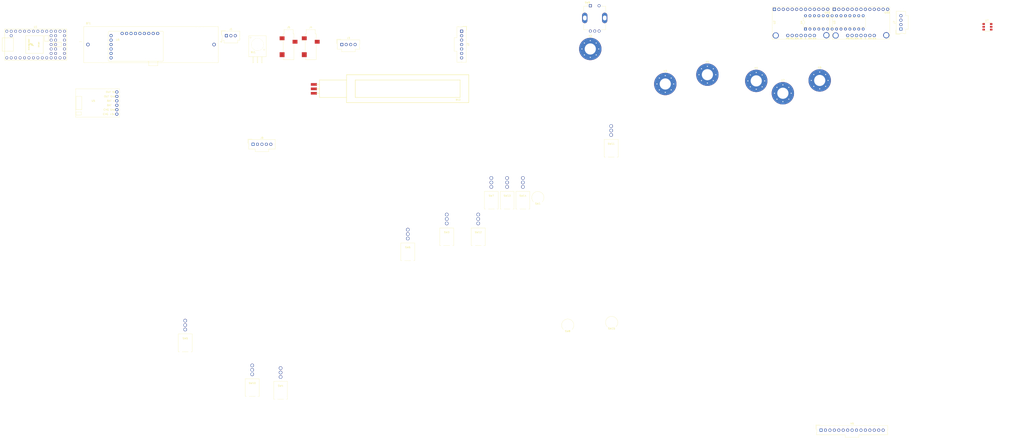
<source format=kicad_pcb>
(kicad_pcb (version 20171130) (host pcbnew "(5.1.6)-1")

  (general
    (thickness 1.6)
    (drawings 11)
    (tracks 0)
    (zones 0)
    (modules 38)
    (nets 7)
  )

  (page A4)
  (layers
    (0 F.Cu signal)
    (31 B.Cu signal)
    (32 B.Adhes user)
    (33 F.Adhes user)
    (34 B.Paste user)
    (35 F.Paste user)
    (36 B.SilkS user)
    (37 F.SilkS user)
    (38 B.Mask user)
    (39 F.Mask user)
    (40 Dwgs.User user)
    (41 Cmts.User user)
    (42 Eco1.User user)
    (43 Eco2.User user)
    (44 Edge.Cuts user)
    (45 Margin user)
    (46 B.CrtYd user)
    (47 F.CrtYd user)
    (48 B.Fab user)
    (49 F.Fab user)
  )

  (setup
    (last_trace_width 0.25)
    (trace_clearance 0.2)
    (zone_clearance 0.508)
    (zone_45_only no)
    (trace_min 0.2)
    (via_size 0.8)
    (via_drill 0.4)
    (via_min_size 0.4)
    (via_min_drill 0.3)
    (uvia_size 0.3)
    (uvia_drill 0.1)
    (uvias_allowed no)
    (uvia_min_size 0.2)
    (uvia_min_drill 0.1)
    (edge_width 0.05)
    (segment_width 0.2)
    (pcb_text_width 0.3)
    (pcb_text_size 1.5 1.5)
    (mod_edge_width 0.12)
    (mod_text_size 1 1)
    (mod_text_width 0.15)
    (pad_size 1.524 1.524)
    (pad_drill 0.762)
    (pad_to_mask_clearance 0.05)
    (aux_axis_origin 0 0)
    (visible_elements 7FFFFFFF)
    (pcbplotparams
      (layerselection 0x010fc_ffffffff)
      (usegerberextensions false)
      (usegerberattributes true)
      (usegerberadvancedattributes true)
      (creategerberjobfile true)
      (excludeedgelayer true)
      (linewidth 0.100000)
      (plotframeref false)
      (viasonmask false)
      (mode 1)
      (useauxorigin false)
      (hpglpennumber 1)
      (hpglpenspeed 20)
      (hpglpendiameter 15.000000)
      (psnegative false)
      (psa4output false)
      (plotreference true)
      (plotvalue true)
      (plotinvisibletext false)
      (padsonsilk false)
      (subtractmaskfromsilk false)
      (outputformat 1)
      (mirror false)
      (drillshape 1)
      (scaleselection 1)
      (outputdirectory ""))
  )

  (net 0 "")
  (net 1 "Net-(H1-Pad1)")
  (net 2 "Net-(H2-Pad1)")
  (net 3 "Net-(H3-Pad1)")
  (net 4 "Net-(H4-Pad1)")
  (net 5 "Net-(H6-Pad1)")
  (net 6 "Net-(H7-Pad1)")

  (net_class Default "This is the default net class."
    (clearance 0.2)
    (trace_width 0.25)
    (via_dia 0.8)
    (via_drill 0.4)
    (uvia_dia 0.3)
    (uvia_drill 0.1)
    (add_net "Net-(H1-Pad1)")
    (add_net "Net-(H2-Pad1)")
    (add_net "Net-(H3-Pad1)")
    (add_net "Net-(H4-Pad1)")
    (add_net "Net-(H6-Pad1)")
    (add_net "Net-(H7-Pad1)")
  )

  (module teensy:Teensy40 (layer F.Cu) (tedit 5E188217) (tstamp 60D93281)
    (at -132.08 -71.12)
    (path /60D8F3B7)
    (fp_text reference U1 (at 0 -10.16) (layer F.SilkS)
      (effects (font (size 1 1) (thickness 0.15)))
    )
    (fp_text value Teensy4.0 (at 0 10.16) (layer F.Fab)
      (effects (font (size 1 1) (thickness 0.15)))
    )
    (fp_line (start -17.78 3.81) (end -19.05 3.81) (layer F.SilkS) (width 0.15))
    (fp_line (start -19.05 3.81) (end -19.05 -3.81) (layer F.SilkS) (width 0.15))
    (fp_line (start -19.05 -3.81) (end -17.78 -3.81) (layer F.SilkS) (width 0.15))
    (fp_line (start -12.7 3.81) (end -12.7 -3.81) (layer F.SilkS) (width 0.15))
    (fp_line (start -12.7 -3.81) (end -17.78 -3.81) (layer F.SilkS) (width 0.15))
    (fp_line (start -12.7 3.81) (end -17.78 3.81) (layer F.SilkS) (width 0.15))
    (fp_line (start 14.732 -1.27) (end 14.732 1.27) (layer F.SilkS) (width 0.15))
    (fp_line (start 14.732 1.27) (end 10.16 1.27) (layer F.SilkS) (width 0.15))
    (fp_line (start 10.16 1.27) (end 10.16 -1.27) (layer F.SilkS) (width 0.15))
    (fp_line (start 10.16 -1.27) (end 14.732 -1.27) (layer F.SilkS) (width 0.15))
    (fp_line (start 4.445 5.08) (end 4.445 -5.08) (layer F.SilkS) (width 0.15))
    (fp_line (start -5.715 -5.08) (end -5.715 5.08) (layer F.SilkS) (width 0.15))
    (fp_line (start 4.445 -5.08) (end -5.715 -5.08) (layer F.SilkS) (width 0.15))
    (fp_line (start 4.445 5.08) (end -5.715 5.08) (layer F.SilkS) (width 0.15))
    (fp_line (start -17.78 -8.89) (end 17.78 -8.89) (layer F.SilkS) (width 0.15))
    (fp_line (start 17.78 -8.89) (end 17.78 8.89) (layer F.SilkS) (width 0.15))
    (fp_line (start 17.78 8.89) (end -17.78 8.89) (layer F.SilkS) (width 0.15))
    (fp_line (start -17.78 8.89) (end -17.78 -8.89) (layer F.SilkS) (width 0.15))
    (fp_line (start 5.08 -5.08) (end 7.62 -5.08) (layer F.SilkS) (width 0.15))
    (fp_line (start 7.62 -5.08) (end 7.62 -1.905) (layer F.SilkS) (width 0.15))
    (fp_line (start 7.62 -1.905) (end 5.08 -1.905) (layer F.SilkS) (width 0.15))
    (fp_line (start 5.08 -1.905) (end 5.08 -5.08) (layer F.SilkS) (width 0.15))
    (fp_poly (pts (xy -3.175 -0.635) (xy -2.921 -0.889) (xy -2.667 -0.508) (xy -2.921 -0.254)) (layer F.SilkS) (width 0.1))
    (fp_poly (pts (xy -2.794 -0.127) (xy -2.54 -0.381) (xy -2.286 0) (xy -2.54 0.254)) (layer F.SilkS) (width 0.1))
    (fp_poly (pts (xy -2.413 0.381) (xy -2.159 0.127) (xy -1.905 0.508) (xy -2.159 0.762)) (layer F.SilkS) (width 0.1))
    (fp_poly (pts (xy -2.413 -0.508) (xy -2.159 -0.762) (xy -1.905 -0.381) (xy -2.159 -0.127)) (layer F.SilkS) (width 0.1))
    (fp_poly (pts (xy -2.032 0) (xy -1.778 -0.254) (xy -1.524 0.127) (xy -1.778 0.381)) (layer F.SilkS) (width 0.1))
    (fp_poly (pts (xy -1.651 0.508) (xy -1.397 0.254) (xy -1.143 0.635) (xy -1.397 0.889)) (layer F.SilkS) (width 0.1))
    (fp_poly (pts (xy -3.556 -0.254) (xy -3.302 -0.508) (xy -3.048 -0.127) (xy -3.302 0.127)) (layer F.SilkS) (width 0.1))
    (fp_poly (pts (xy -3.937 0.127) (xy -3.683 -0.127) (xy -3.429 0.254) (xy -3.683 0.508)) (layer F.SilkS) (width 0.1))
    (fp_text user MIMXRT1062 (at -3.81 0 90) (layer F.SilkS)
      (effects (font (size 0.7 0.7) (thickness 0.15)))
    )
    (fp_text user DVL6A (at 1.778 0 90) (layer F.SilkS)
      (effects (font (size 0.7 0.7) (thickness 0.15)))
    )
    (pad 17 thru_hole circle (at 16.51 0) (size 1.6 1.6) (drill 1.1) (layers *.Cu *.Mask))
    (pad 18 thru_hole circle (at 16.51 -2.54) (size 1.6 1.6) (drill 1.1) (layers *.Cu *.Mask))
    (pad 19 thru_hole circle (at 16.51 -5.08) (size 1.6 1.6) (drill 1.1) (layers *.Cu *.Mask))
    (pad 20 thru_hole circle (at 16.51 -7.62) (size 1.6 1.6) (drill 1.1) (layers *.Cu *.Mask))
    (pad 16 thru_hole circle (at 16.51 2.54) (size 1.6 1.6) (drill 1.1) (layers *.Cu *.Mask))
    (pad 15 thru_hole circle (at 16.51 5.08) (size 1.6 1.6) (drill 1.1) (layers *.Cu *.Mask))
    (pad 14 thru_hole circle (at 16.51 7.62) (size 1.6 1.6) (drill 1.1) (layers *.Cu *.Mask))
    (pad 21 thru_hole circle (at 13.97 -7.62) (size 1.6 1.6) (drill 1.1) (layers *.Cu *.Mask))
    (pad 22 thru_hole circle (at 11.43 -7.62) (size 1.6 1.6) (drill 1.1) (layers *.Cu *.Mask))
    (pad 23 thru_hole circle (at 8.89 -7.62) (size 1.6 1.6) (drill 1.1) (layers *.Cu *.Mask))
    (pad 24 thru_hole circle (at 6.35 -7.62) (size 1.6 1.6) (drill 1.1) (layers *.Cu *.Mask))
    (pad 25 thru_hole circle (at 3.81 -7.62) (size 1.6 1.6) (drill 1.1) (layers *.Cu *.Mask))
    (pad 26 thru_hole circle (at 1.27 -7.62) (size 1.6 1.6) (drill 1.1) (layers *.Cu *.Mask))
    (pad 27 thru_hole circle (at -1.27 -7.62) (size 1.6 1.6) (drill 1.1) (layers *.Cu *.Mask))
    (pad 28 thru_hole circle (at -3.81 -7.62) (size 1.6 1.6) (drill 1.1) (layers *.Cu *.Mask))
    (pad 29 thru_hole circle (at -6.35 -7.62) (size 1.6 1.6) (drill 1.1) (layers *.Cu *.Mask))
    (pad 30 thru_hole circle (at -8.89 -7.62) (size 1.6 1.6) (drill 1.1) (layers *.Cu *.Mask))
    (pad 31 thru_hole circle (at -11.43 -7.62) (size 1.6 1.6) (drill 1.1) (layers *.Cu *.Mask))
    (pad 32 thru_hole circle (at -13.97 -7.62) (size 1.6 1.6) (drill 1.1) (layers *.Cu *.Mask))
    (pad 33 thru_hole circle (at -16.51 -7.62) (size 1.6 1.6) (drill 1.1) (layers *.Cu *.Mask))
    (pad 34 thru_hole circle (at -13.97 -5.08) (size 1.6 1.6) (drill 1.1) (layers *.Cu *.Mask))
    (pad 13 thru_hole circle (at 13.97 7.62) (size 1.6 1.6) (drill 1.1) (layers *.Cu *.Mask))
    (pad 12 thru_hole circle (at 11.43 7.62) (size 1.6 1.6) (drill 1.1) (layers *.Cu *.Mask))
    (pad 11 thru_hole circle (at 8.89 7.62) (size 1.6 1.6) (drill 1.1) (layers *.Cu *.Mask))
    (pad 10 thru_hole circle (at 6.35 7.62) (size 1.6 1.6) (drill 1.1) (layers *.Cu *.Mask))
    (pad 9 thru_hole circle (at 3.81 7.62) (size 1.6 1.6) (drill 1.1) (layers *.Cu *.Mask))
    (pad 8 thru_hole circle (at 1.27 7.62) (size 1.6 1.6) (drill 1.1) (layers *.Cu *.Mask))
    (pad 7 thru_hole circle (at -1.27 7.62) (size 1.6 1.6) (drill 1.1) (layers *.Cu *.Mask))
    (pad 6 thru_hole circle (at -3.81 7.62) (size 1.6 1.6) (drill 1.1) (layers *.Cu *.Mask))
    (pad 5 thru_hole circle (at -6.35 7.62) (size 1.6 1.6) (drill 1.1) (layers *.Cu *.Mask))
    (pad 4 thru_hole circle (at -8.89 7.62) (size 1.6 1.6) (drill 1.1) (layers *.Cu *.Mask))
    (pad 3 thru_hole circle (at -11.43 7.62) (size 1.6 1.6) (drill 1.1) (layers *.Cu *.Mask))
    (pad 2 thru_hole circle (at -13.97 7.62) (size 1.6 1.6) (drill 1.1) (layers *.Cu *.Mask))
    (pad 1 thru_hole circle (at -16.51 7.62) (size 1.6 1.6) (drill 1.1) (layers *.Cu *.Mask))
    (pad 35 thru_hole circle (at 11.43 -5.08) (size 1.6 1.6) (drill 1.1) (layers *.Cu *.Mask))
    (pad 36 thru_hole circle (at 8.89 -5.08) (size 1.6 1.6) (drill 1.1) (layers *.Cu *.Mask))
    (pad 37 thru_hole circle (at 11.43 -2.54) (size 1.6 1.6) (drill 1.1) (layers *.Cu *.Mask))
    (pad 38 thru_hole circle (at 8.89 -2.54) (size 1.6 1.6) (drill 1.1) (layers *.Cu *.Mask))
    (pad 39 thru_hole circle (at 11.43 0) (size 1.6 1.6) (drill 1.1) (layers *.Cu *.Mask))
    (pad 40 thru_hole circle (at 8.89 0) (size 1.6 1.6) (drill 1.1) (layers *.Cu *.Mask))
    (pad 41 thru_hole circle (at 11.43 2.54) (size 1.6 1.6) (drill 1.1) (layers *.Cu *.Mask))
    (pad 42 thru_hole circle (at 8.89 2.54) (size 1.6 1.6) (drill 1.1) (layers *.Cu *.Mask))
    (pad 43 thru_hole circle (at 11.43 5.08) (size 1.6 1.6) (drill 1.1) (layers *.Cu *.Mask))
    (pad 44 thru_hole circle (at 8.89 5.08) (size 1.6 1.6) (drill 1.1) (layers *.Cu *.Mask))
    (model ${KICAD_USER_DIR}/teensy.pretty/Teensy_4.0_Assembly.STEP
      (offset (xyz 33 9.5 -11))
      (scale (xyz 1 1 1))
      (rotate (xyz -90 0 0))
    )
  )

  (module MountingHole:MountingHole_6.4mm_M6_Pad_Via (layer F.Cu) (tedit 56DDC4E6) (tstamp 60D93BBC)
    (at 280.416 -50.292)
    (descr "Mounting Hole 6.4mm, M6")
    (tags "mounting hole 6.4mm m6")
    (path /60D92545)
    (attr virtual)
    (fp_text reference H1 (at 0 -7.4) (layer F.SilkS)
      (effects (font (size 1 1) (thickness 0.15)))
    )
    (fp_text value MountingHole_Pad (at 0 7.4) (layer F.Fab)
      (effects (font (size 1 1) (thickness 0.15)))
    )
    (fp_circle (center 0 0) (end 6.65 0) (layer F.CrtYd) (width 0.05))
    (fp_circle (center 0 0) (end 6.4 0) (layer Cmts.User) (width 0.15))
    (fp_text user %R (at 0.3 0) (layer F.Fab)
      (effects (font (size 1 1) (thickness 0.15)))
    )
    (pad 1 thru_hole circle (at 0 0) (size 12.8 12.8) (drill 6.4) (layers *.Cu *.Mask)
      (net 1 "Net-(H1-Pad1)"))
    (pad 1 thru_hole circle (at 4.8 0) (size 0.9 0.9) (drill 0.6) (layers *.Cu *.Mask)
      (net 1 "Net-(H1-Pad1)"))
    (pad 1 thru_hole circle (at 3.394113 3.394113) (size 0.9 0.9) (drill 0.6) (layers *.Cu *.Mask)
      (net 1 "Net-(H1-Pad1)"))
    (pad 1 thru_hole circle (at 0 4.8) (size 0.9 0.9) (drill 0.6) (layers *.Cu *.Mask)
      (net 1 "Net-(H1-Pad1)"))
    (pad 1 thru_hole circle (at -3.394113 3.394113) (size 0.9 0.9) (drill 0.6) (layers *.Cu *.Mask)
      (net 1 "Net-(H1-Pad1)"))
    (pad 1 thru_hole circle (at -4.8 0) (size 0.9 0.9) (drill 0.6) (layers *.Cu *.Mask)
      (net 1 "Net-(H1-Pad1)"))
    (pad 1 thru_hole circle (at -3.394113 -3.394113) (size 0.9 0.9) (drill 0.6) (layers *.Cu *.Mask)
      (net 1 "Net-(H1-Pad1)"))
    (pad 1 thru_hole circle (at 0 -4.8) (size 0.9 0.9) (drill 0.6) (layers *.Cu *.Mask)
      (net 1 "Net-(H1-Pad1)"))
    (pad 1 thru_hole circle (at 3.394113 -3.394113) (size 0.9 0.9) (drill 0.6) (layers *.Cu *.Mask)
      (net 1 "Net-(H1-Pad1)"))
  )

  (module MountingHole:MountingHole_6.4mm_M6_Pad_Via (layer F.Cu) (tedit 56DDC4E6) (tstamp 60D93BCB)
    (at 185.42 -68.58)
    (descr "Mounting Hole 6.4mm, M6")
    (tags "mounting hole 6.4mm m6")
    (path /60D93A9E)
    (attr virtual)
    (fp_text reference H2 (at 0 -7.4) (layer F.SilkS)
      (effects (font (size 1 1) (thickness 0.15)))
    )
    (fp_text value MountingHole_Pad (at 0 7.4) (layer F.Fab)
      (effects (font (size 1 1) (thickness 0.15)))
    )
    (fp_circle (center 0 0) (end 6.4 0) (layer Cmts.User) (width 0.15))
    (fp_circle (center 0 0) (end 6.65 0) (layer F.CrtYd) (width 0.05))
    (fp_text user %R (at 0.3 0) (layer F.Fab)
      (effects (font (size 1 1) (thickness 0.15)))
    )
    (pad 1 thru_hole circle (at 3.394113 -3.394113) (size 0.9 0.9) (drill 0.6) (layers *.Cu *.Mask)
      (net 2 "Net-(H2-Pad1)"))
    (pad 1 thru_hole circle (at 0 -4.8) (size 0.9 0.9) (drill 0.6) (layers *.Cu *.Mask)
      (net 2 "Net-(H2-Pad1)"))
    (pad 1 thru_hole circle (at -3.394113 -3.394113) (size 0.9 0.9) (drill 0.6) (layers *.Cu *.Mask)
      (net 2 "Net-(H2-Pad1)"))
    (pad 1 thru_hole circle (at -4.8 0) (size 0.9 0.9) (drill 0.6) (layers *.Cu *.Mask)
      (net 2 "Net-(H2-Pad1)"))
    (pad 1 thru_hole circle (at -3.394113 3.394113) (size 0.9 0.9) (drill 0.6) (layers *.Cu *.Mask)
      (net 2 "Net-(H2-Pad1)"))
    (pad 1 thru_hole circle (at 0 4.8) (size 0.9 0.9) (drill 0.6) (layers *.Cu *.Mask)
      (net 2 "Net-(H2-Pad1)"))
    (pad 1 thru_hole circle (at 3.394113 3.394113) (size 0.9 0.9) (drill 0.6) (layers *.Cu *.Mask)
      (net 2 "Net-(H2-Pad1)"))
    (pad 1 thru_hole circle (at 4.8 0) (size 0.9 0.9) (drill 0.6) (layers *.Cu *.Mask)
      (net 2 "Net-(H2-Pad1)"))
    (pad 1 thru_hole circle (at 0 0) (size 12.8 12.8) (drill 6.4) (layers *.Cu *.Mask)
      (net 2 "Net-(H2-Pad1)"))
  )

  (module MountingHole:MountingHole_6.4mm_M6_Pad_Via (layer F.Cu) (tedit 56DDC4E6) (tstamp 60D93BDA)
    (at 228.346 -48.514)
    (descr "Mounting Hole 6.4mm, M6")
    (tags "mounting hole 6.4mm m6")
    (path /60D93D1E)
    (attr virtual)
    (fp_text reference H3 (at 0 -7.4) (layer F.SilkS)
      (effects (font (size 1 1) (thickness 0.15)))
    )
    (fp_text value MountingHole_Pad (at 0 7.4) (layer F.Fab)
      (effects (font (size 1 1) (thickness 0.15)))
    )
    (fp_circle (center 0 0) (end 6.65 0) (layer F.CrtYd) (width 0.05))
    (fp_circle (center 0 0) (end 6.4 0) (layer Cmts.User) (width 0.15))
    (fp_text user %R (at 0.3 0) (layer F.Fab)
      (effects (font (size 1 1) (thickness 0.15)))
    )
    (pad 1 thru_hole circle (at 0 0) (size 12.8 12.8) (drill 6.4) (layers *.Cu *.Mask)
      (net 3 "Net-(H3-Pad1)"))
    (pad 1 thru_hole circle (at 4.8 0) (size 0.9 0.9) (drill 0.6) (layers *.Cu *.Mask)
      (net 3 "Net-(H3-Pad1)"))
    (pad 1 thru_hole circle (at 3.394113 3.394113) (size 0.9 0.9) (drill 0.6) (layers *.Cu *.Mask)
      (net 3 "Net-(H3-Pad1)"))
    (pad 1 thru_hole circle (at 0 4.8) (size 0.9 0.9) (drill 0.6) (layers *.Cu *.Mask)
      (net 3 "Net-(H3-Pad1)"))
    (pad 1 thru_hole circle (at -3.394113 3.394113) (size 0.9 0.9) (drill 0.6) (layers *.Cu *.Mask)
      (net 3 "Net-(H3-Pad1)"))
    (pad 1 thru_hole circle (at -4.8 0) (size 0.9 0.9) (drill 0.6) (layers *.Cu *.Mask)
      (net 3 "Net-(H3-Pad1)"))
    (pad 1 thru_hole circle (at -3.394113 -3.394113) (size 0.9 0.9) (drill 0.6) (layers *.Cu *.Mask)
      (net 3 "Net-(H3-Pad1)"))
    (pad 1 thru_hole circle (at 0 -4.8) (size 0.9 0.9) (drill 0.6) (layers *.Cu *.Mask)
      (net 3 "Net-(H3-Pad1)"))
    (pad 1 thru_hole circle (at 3.394113 -3.394113) (size 0.9 0.9) (drill 0.6) (layers *.Cu *.Mask)
      (net 3 "Net-(H3-Pad1)"))
  )

  (module MountingHole:MountingHole_6.4mm_M6_Pad_Via (layer F.Cu) (tedit 56DDC4E6) (tstamp 60D93BE9)
    (at 252.45 -53.848)
    (descr "Mounting Hole 6.4mm, M6")
    (tags "mounting hole 6.4mm m6")
    (path /60D93F53)
    (attr virtual)
    (fp_text reference H4 (at 0 -7.4) (layer F.SilkS)
      (effects (font (size 1 1) (thickness 0.15)))
    )
    (fp_text value MountingHole_Pad (at 0 7.4) (layer F.Fab)
      (effects (font (size 1 1) (thickness 0.15)))
    )
    (fp_circle (center 0 0) (end 6.4 0) (layer Cmts.User) (width 0.15))
    (fp_circle (center 0 0) (end 6.65 0) (layer F.CrtYd) (width 0.05))
    (fp_text user %R (at 0.3 0) (layer F.Fab)
      (effects (font (size 1 1) (thickness 0.15)))
    )
    (pad 1 thru_hole circle (at 3.394113 -3.394113) (size 0.9 0.9) (drill 0.6) (layers *.Cu *.Mask)
      (net 4 "Net-(H4-Pad1)"))
    (pad 1 thru_hole circle (at 0 -4.8) (size 0.9 0.9) (drill 0.6) (layers *.Cu *.Mask)
      (net 4 "Net-(H4-Pad1)"))
    (pad 1 thru_hole circle (at -3.394113 -3.394113) (size 0.9 0.9) (drill 0.6) (layers *.Cu *.Mask)
      (net 4 "Net-(H4-Pad1)"))
    (pad 1 thru_hole circle (at -4.8 0) (size 0.9 0.9) (drill 0.6) (layers *.Cu *.Mask)
      (net 4 "Net-(H4-Pad1)"))
    (pad 1 thru_hole circle (at -3.394113 3.394113) (size 0.9 0.9) (drill 0.6) (layers *.Cu *.Mask)
      (net 4 "Net-(H4-Pad1)"))
    (pad 1 thru_hole circle (at 0 4.8) (size 0.9 0.9) (drill 0.6) (layers *.Cu *.Mask)
      (net 4 "Net-(H4-Pad1)"))
    (pad 1 thru_hole circle (at 3.394113 3.394113) (size 0.9 0.9) (drill 0.6) (layers *.Cu *.Mask)
      (net 4 "Net-(H4-Pad1)"))
    (pad 1 thru_hole circle (at 4.8 0) (size 0.9 0.9) (drill 0.6) (layers *.Cu *.Mask)
      (net 4 "Net-(H4-Pad1)"))
    (pad 1 thru_hole circle (at 0 0) (size 12.8 12.8) (drill 6.4) (layers *.Cu *.Mask)
      (net 4 "Net-(H4-Pad1)"))
  )

  (module clarinoid3:MPR121 (layer F.Cu) (tedit 60D8E850) (tstamp 60D95A3F)
    (at 306.07 -83.82)
    (path /60D9DC68)
    (fp_text reference U2 (at -15.24 0 90) (layer F.SilkS)
      (effects (font (size 1 1) (thickness 0.15)))
    )
    (fp_text value AdafruitMPR121 (at 0 0) (layer F.Fab)
      (effects (font (size 1 1) (thickness 0.15)))
    )
    (fp_line (start -16.51 9.652) (end 16.51 9.652001) (layer F.SilkS) (width 0.12))
    (fp_line (start 16.51 9.652) (end 16.51 -8.89) (layer F.SilkS) (width 0.12))
    (fp_line (start 16.51 -8.899999) (end -16.51 -8.9) (layer F.SilkS) (width 0.12))
    (fp_line (start -16.51 -8.9) (end -16.51 2.966666) (layer F.SilkS) (width 0.12))
    (fp_line (start -16.51 2.966666) (end -16.51 9.652) (layer F.SilkS) (width 0.12))
    (fp_text user GND (at 14.986 -5.588) (layer F.SilkS)
      (effects (font (size 1 1) (thickness 0.15)))
    )
    (fp_text user 3v3 (at 7.62 9.144) (layer F.SilkS)
      (effects (font (size 0.8 0.8) (thickness 0.15)))
    )
    (fp_text user 3vo (at 5.08 9.144) (layer F.SilkS)
      (effects (font (size 0.8 0.8) (thickness 0.15)))
    )
    (fp_text user G (at 2.54 9.144) (layer F.SilkS)
      (effects (font (size 0.8 0.8) (thickness 0.15)))
    )
    (fp_text user Ad (at 0 9.144) (layer F.SilkS)
      (effects (font (size 0.8 0.8) (thickness 0.15)))
    )
    (fp_text user SDA (at -2.54 9.144) (layer F.SilkS)
      (effects (font (size 0.8 0.8) (thickness 0.15)))
    )
    (fp_text user SCL (at -5.08 9.144) (layer F.SilkS)
      (effects (font (size 0.8 0.8) (thickness 0.15)))
    )
    (fp_text user IRQ (at -7.62 9.144) (layer F.SilkS)
      (effects (font (size 0.8 0.8) (thickness 0.15)))
    )
    (pad 11 thru_hole rect (at -15.24 -7.5) (size 1.8 1.8) (drill 1.1) (layers *.Cu *.Mask))
    (pad 10 thru_hole circle (at -12.7 -7.5) (size 1.8 1.8) (drill 1.1) (layers *.Cu *.Mask))
    (pad 9 thru_hole circle (at -10.16 -7.5) (size 1.8 1.8) (drill 1.1) (layers *.Cu *.Mask))
    (pad 8 thru_hole circle (at -7.62 -7.5) (size 1.8 1.8) (drill 1.1) (layers *.Cu *.Mask))
    (pad 13 thru_hole circle (at -7.62 7.5) (size 1.8 1.8) (drill 1.1) (layers *.Cu *.Mask))
    (pad 7 thru_hole circle (at -5.08 -7.5) (size 1.8 1.8) (drill 1.1) (layers *.Cu *.Mask))
    (pad 14 thru_hole circle (at -5.08 7.5) (size 1.8 1.8) (drill 1.1) (layers *.Cu *.Mask))
    (pad 6 thru_hole circle (at -2.54 -7.5) (size 1.8 1.8) (drill 1.1) (layers *.Cu *.Mask))
    (pad 15 thru_hole circle (at -2.54 7.5) (size 1.8 1.8) (drill 1.1) (layers *.Cu *.Mask))
    (pad 5 thru_hole circle (at 0 -7.5) (size 1.8 1.8) (drill 1.1) (layers *.Cu *.Mask))
    (pad 16 thru_hole circle (at 0 7.5) (size 1.8 1.8) (drill 1.1) (layers *.Cu *.Mask))
    (pad 4 thru_hole circle (at 2.54 -7.5) (size 1.8 1.8) (drill 1.1) (layers *.Cu *.Mask))
    (pad 17 thru_hole circle (at 2.54 7.5) (size 1.8 1.8) (drill 1.1) (layers *.Cu *.Mask))
    (pad 3 thru_hole circle (at 5.08 -7.5) (size 1.8 1.8) (drill 1.1) (layers *.Cu *.Mask))
    (pad 18 thru_hole circle (at 5.08 7.5) (size 1.8 1.8) (drill 1.1) (layers *.Cu *.Mask))
    (pad 2 thru_hole circle (at 7.62 -7.5) (size 1.8 1.8) (drill 1.1) (layers *.Cu *.Mask))
    (pad 19 thru_hole circle (at 7.62 7.5) (size 1.8 1.8) (drill 1.1) (layers *.Cu *.Mask))
    (pad 1 thru_hole circle (at 10.16 -7.5) (size 1.8 1.8) (drill 1.1) (layers *.Cu *.Mask))
    (pad 0 thru_hole circle (at 12.7 -7.5) (size 1.8 1.8) (drill 1.1) (layers *.Cu *.Mask))
    (pad 12 thru_hole circle (at 15.24 -7.5) (size 1.8 1.8) (drill 1.1) (layers *.Cu *.Mask))
    (pad "" thru_hole circle (at -14.5 7.5) (size 3.5 3.5) (drill 2.6) (layers *.Cu *.Mask))
    (pad "" thru_hole circle (at 14.478 7.366) (size 3.5 3.5) (drill 2.6) (layers *.Cu *.Mask))
  )

  (module Connector_Molex:Molex_SL_171971-0015_1x15_P2.54mm_Vertical (layer F.Cu) (tedit 5DA36613) (tstamp 60D96057)
    (at 317.5 149.86)
    (descr "Molex Stackable Linear Connector, 171971-0015 (compatible alternatives: 171971-0115, 171971-0215), 15 Pins per row (https://www.molex.com/pdm_docs/sd/1719710002_sd.pdf), generated with kicad-footprint-generator")
    (tags "connector Molex SL vertical")
    (path /60D96E0D)
    (fp_text reference H5 (at 17.78 -3.75) (layer F.SilkS)
      (effects (font (size 1 1) (thickness 0.15)))
    )
    (fp_text value MountingHole_Pad (at 17.78 5.25) (layer F.Fab)
      (effects (font (size 1 1) (thickness 0.15)))
    )
    (fp_line (start -2.5 -2.55) (end -2.5 -0.24) (layer F.Fab) (width 0.1))
    (fp_line (start -2.5 -0.24) (end -2.37 -0.24) (layer F.Fab) (width 0.1))
    (fp_line (start -2.37 -0.24) (end -2.37 1.79) (layer F.Fab) (width 0.1))
    (fp_line (start -2.37 1.79) (end -2.5 1.79) (layer F.Fab) (width 0.1))
    (fp_line (start -2.5 1.79) (end -2.5 2.55) (layer F.Fab) (width 0.1))
    (fp_line (start -2.5 2.55) (end 38.06 2.55) (layer F.Fab) (width 0.1))
    (fp_line (start 38.06 2.55) (end 38.06 1.79) (layer F.Fab) (width 0.1))
    (fp_line (start 38.06 1.79) (end 37.93 1.79) (layer F.Fab) (width 0.1))
    (fp_line (start 37.93 1.79) (end 37.93 -0.24) (layer F.Fab) (width 0.1))
    (fp_line (start 37.93 -0.24) (end 38.06 -0.24) (layer F.Fab) (width 0.1))
    (fp_line (start 38.06 -0.24) (end 38.06 -2.55) (layer F.Fab) (width 0.1))
    (fp_line (start 38.06 -2.55) (end -2.5 -2.55) (layer F.Fab) (width 0.1))
    (fp_line (start 13.97 2.55) (end 13.97 4.05) (layer F.Fab) (width 0.1))
    (fp_line (start 13.97 4.05) (end 21.59 4.05) (layer F.Fab) (width 0.1))
    (fp_line (start 21.59 4.05) (end 21.59 2.55) (layer F.Fab) (width 0.1))
    (fp_line (start -2.61 -2.66) (end -2.61 -0.13) (layer F.SilkS) (width 0.12))
    (fp_line (start -2.61 -0.13) (end -2.48 -0.13) (layer F.SilkS) (width 0.12))
    (fp_line (start -2.48 -0.13) (end -2.48 1.68) (layer F.SilkS) (width 0.12))
    (fp_line (start -2.48 1.68) (end -2.61 1.68) (layer F.SilkS) (width 0.12))
    (fp_line (start -2.61 1.68) (end -2.61 2.66) (layer F.SilkS) (width 0.12))
    (fp_line (start -2.61 2.66) (end 13.86 2.66) (layer F.SilkS) (width 0.12))
    (fp_line (start 13.86 2.66) (end 13.86 4.16) (layer F.SilkS) (width 0.12))
    (fp_line (start 13.86 4.16) (end 21.7 4.16) (layer F.SilkS) (width 0.12))
    (fp_line (start 21.7 4.16) (end 21.7 2.66) (layer F.SilkS) (width 0.12))
    (fp_line (start 21.7 2.66) (end 38.17 2.66) (layer F.SilkS) (width 0.12))
    (fp_line (start 38.17 2.66) (end 38.17 1.68) (layer F.SilkS) (width 0.12))
    (fp_line (start 38.17 1.68) (end 38.04 1.68) (layer F.SilkS) (width 0.12))
    (fp_line (start 38.04 1.68) (end 38.04 -0.13) (layer F.SilkS) (width 0.12))
    (fp_line (start 38.04 -0.13) (end 38.17 -0.13) (layer F.SilkS) (width 0.12))
    (fp_line (start 38.17 -0.13) (end 38.17 -2.66) (layer F.SilkS) (width 0.12))
    (fp_line (start 38.17 -2.66) (end -2.61 -2.66) (layer F.SilkS) (width 0.12))
    (fp_line (start -2.91 -0.55) (end -2.91 -2.96) (layer F.SilkS) (width 0.12))
    (fp_line (start -2.91 -2.96) (end -0.5 -2.96) (layer F.SilkS) (width 0.12))
    (fp_line (start 0.5 -2.55) (end 0 -1.842893) (layer F.Fab) (width 0.1))
    (fp_line (start 0 -1.842893) (end -0.5 -2.55) (layer F.Fab) (width 0.1))
    (fp_line (start -3 -3.05) (end -3 4.55) (layer F.CrtYd) (width 0.05))
    (fp_line (start -3 4.55) (end 38.56 4.55) (layer F.CrtYd) (width 0.05))
    (fp_line (start 38.56 4.55) (end 38.56 -3.05) (layer F.CrtYd) (width 0.05))
    (fp_line (start 38.56 -3.05) (end -3 -3.05) (layer F.CrtYd) (width 0.05))
    (fp_text user %R (at 17.78 1.85) (layer F.Fab)
      (effects (font (size 1 1) (thickness 0.15)))
    )
    (pad 1 thru_hole roundrect (at 0 0) (size 1.74 1.74) (drill 1.09) (layers *.Cu *.Mask) (roundrect_rratio 0.143678))
    (pad 2 thru_hole circle (at 2.54 0) (size 1.74 1.74) (drill 1.09) (layers *.Cu *.Mask))
    (pad 3 thru_hole circle (at 5.08 0) (size 1.74 1.74) (drill 1.09) (layers *.Cu *.Mask))
    (pad 4 thru_hole circle (at 7.62 0) (size 1.74 1.74) (drill 1.09) (layers *.Cu *.Mask))
    (pad 5 thru_hole circle (at 10.16 0) (size 1.74 1.74) (drill 1.09) (layers *.Cu *.Mask))
    (pad 6 thru_hole circle (at 12.7 0) (size 1.74 1.74) (drill 1.09) (layers *.Cu *.Mask))
    (pad 7 thru_hole circle (at 15.24 0) (size 1.74 1.74) (drill 1.09) (layers *.Cu *.Mask))
    (pad 8 thru_hole circle (at 17.78 0) (size 1.74 1.74) (drill 1.09) (layers *.Cu *.Mask))
    (pad 9 thru_hole circle (at 20.32 0) (size 1.74 1.74) (drill 1.09) (layers *.Cu *.Mask))
    (pad 10 thru_hole circle (at 22.86 0) (size 1.74 1.74) (drill 1.09) (layers *.Cu *.Mask))
    (pad 11 thru_hole circle (at 25.4 0) (size 1.74 1.74) (drill 1.09) (layers *.Cu *.Mask))
    (pad 12 thru_hole circle (at 27.94 0) (size 1.74 1.74) (drill 1.09) (layers *.Cu *.Mask))
    (pad 13 thru_hole circle (at 30.48 0) (size 1.74 1.74) (drill 1.09) (layers *.Cu *.Mask))
    (pad 14 thru_hole circle (at 33.02 0) (size 1.74 1.74) (drill 1.09) (layers *.Cu *.Mask))
    (pad 15 thru_hole circle (at 35.56 0) (size 1.74 1.74) (drill 1.09) (layers *.Cu *.Mask))
    (model ${KISYS3DMOD}/Connector_Molex.3dshapes/Molex_SL_171971-0015_1x15_P2.54mm_Vertical.wrl
      (at (xyz 0 0 0))
      (scale (xyz 1 1 1))
      (rotate (xyz 0 0 0))
    )
  )

  (module clarinoid3:MPR121 (layer F.Cu) (tedit 60D8E850) (tstamp 60D96448)
    (at 340.36 -83.82)
    (path /60DACB0F)
    (fp_text reference U3 (at -15.24 0 90) (layer F.SilkS)
      (effects (font (size 1 1) (thickness 0.15)))
    )
    (fp_text value AdafruitMPR121 (at 0 0) (layer F.Fab)
      (effects (font (size 1 1) (thickness 0.15)))
    )
    (fp_line (start -16.51 2.966666) (end -16.51 9.652) (layer F.SilkS) (width 0.12))
    (fp_line (start -16.51 -8.9) (end -16.51 2.966666) (layer F.SilkS) (width 0.12))
    (fp_line (start 16.51 -8.899999) (end -16.51 -8.9) (layer F.SilkS) (width 0.12))
    (fp_line (start 16.51 9.652) (end 16.51 -8.89) (layer F.SilkS) (width 0.12))
    (fp_line (start -16.51 9.652) (end 16.51 9.652001) (layer F.SilkS) (width 0.12))
    (fp_text user GND (at 14.986 -5.588) (layer F.SilkS)
      (effects (font (size 1 1) (thickness 0.15)))
    )
    (fp_text user 3v3 (at 7.62 9.144) (layer F.SilkS)
      (effects (font (size 0.8 0.8) (thickness 0.15)))
    )
    (fp_text user 3vo (at 5.08 9.144) (layer F.SilkS)
      (effects (font (size 0.8 0.8) (thickness 0.15)))
    )
    (fp_text user G (at 2.54 9.144) (layer F.SilkS)
      (effects (font (size 0.8 0.8) (thickness 0.15)))
    )
    (fp_text user Ad (at 0 9.144) (layer F.SilkS)
      (effects (font (size 0.8 0.8) (thickness 0.15)))
    )
    (fp_text user SDA (at -2.54 9.144) (layer F.SilkS)
      (effects (font (size 0.8 0.8) (thickness 0.15)))
    )
    (fp_text user SCL (at -5.08 9.144) (layer F.SilkS)
      (effects (font (size 0.8 0.8) (thickness 0.15)))
    )
    (fp_text user IRQ (at -7.62 9.144) (layer F.SilkS)
      (effects (font (size 0.8 0.8) (thickness 0.15)))
    )
    (pad 11 thru_hole rect (at -15.24 -7.5) (size 1.8 1.8) (drill 1.1) (layers *.Cu *.Mask))
    (pad 10 thru_hole circle (at -12.7 -7.5) (size 1.8 1.8) (drill 1.1) (layers *.Cu *.Mask))
    (pad 9 thru_hole circle (at -10.16 -7.5) (size 1.8 1.8) (drill 1.1) (layers *.Cu *.Mask))
    (pad 8 thru_hole circle (at -7.62 -7.5) (size 1.8 1.8) (drill 1.1) (layers *.Cu *.Mask))
    (pad 13 thru_hole circle (at -7.62 7.5) (size 1.8 1.8) (drill 1.1) (layers *.Cu *.Mask))
    (pad 7 thru_hole circle (at -5.08 -7.5) (size 1.8 1.8) (drill 1.1) (layers *.Cu *.Mask))
    (pad 14 thru_hole circle (at -5.08 7.5) (size 1.8 1.8) (drill 1.1) (layers *.Cu *.Mask))
    (pad 6 thru_hole circle (at -2.54 -7.5) (size 1.8 1.8) (drill 1.1) (layers *.Cu *.Mask))
    (pad 15 thru_hole circle (at -2.54 7.5) (size 1.8 1.8) (drill 1.1) (layers *.Cu *.Mask))
    (pad 5 thru_hole circle (at 0 -7.5) (size 1.8 1.8) (drill 1.1) (layers *.Cu *.Mask))
    (pad 16 thru_hole circle (at 0 7.5) (size 1.8 1.8) (drill 1.1) (layers *.Cu *.Mask))
    (pad 4 thru_hole circle (at 2.54 -7.5) (size 1.8 1.8) (drill 1.1) (layers *.Cu *.Mask))
    (pad 17 thru_hole circle (at 2.54 7.5) (size 1.8 1.8) (drill 1.1) (layers *.Cu *.Mask))
    (pad 3 thru_hole circle (at 5.08 -7.5) (size 1.8 1.8) (drill 1.1) (layers *.Cu *.Mask))
    (pad 18 thru_hole circle (at 5.08 7.5) (size 1.8 1.8) (drill 1.1) (layers *.Cu *.Mask))
    (pad 2 thru_hole circle (at 7.62 -7.5) (size 1.8 1.8) (drill 1.1) (layers *.Cu *.Mask))
    (pad 19 thru_hole circle (at 7.62 7.5) (size 1.8 1.8) (drill 1.1) (layers *.Cu *.Mask))
    (pad 1 thru_hole circle (at 10.16 -7.5) (size 1.8 1.8) (drill 1.1) (layers *.Cu *.Mask))
    (pad 0 thru_hole circle (at 12.7 -7.5) (size 1.8 1.8) (drill 1.1) (layers *.Cu *.Mask))
    (pad 12 thru_hole circle (at 15.24 -7.5) (size 1.8 1.8) (drill 1.1) (layers *.Cu *.Mask))
    (pad "" thru_hole circle (at -14.5 7.5) (size 3.5 3.5) (drill 2.6) (layers *.Cu *.Mask))
    (pad "" thru_hole circle (at 14.478 7.366) (size 3.5 3.5) (drill 2.6) (layers *.Cu *.Mask))
  )

  (module Package_DIP:DIP-28_W7.62mm (layer F.Cu) (tedit 5A02E8C5) (tstamp 60D96478)
    (at 308.61 -80.01 90)
    (descr "28-lead though-hole mounted DIP package, row spacing 7.62 mm (300 mils)")
    (tags "THT DIP DIL PDIP 2.54mm 7.62mm 300mil")
    (path /60DADB74)
    (fp_text reference U4 (at 3.81 -2.33 90) (layer F.SilkS)
      (effects (font (size 1 1) (thickness 0.15)))
    )
    (fp_text value MCP23017_SP (at 3.81 35.35 90) (layer F.Fab)
      (effects (font (size 1 1) (thickness 0.15)))
    )
    (fp_line (start 1.635 -1.27) (end 6.985 -1.27) (layer F.Fab) (width 0.1))
    (fp_line (start 6.985 -1.27) (end 6.985 34.29) (layer F.Fab) (width 0.1))
    (fp_line (start 6.985 34.29) (end 0.635 34.29) (layer F.Fab) (width 0.1))
    (fp_line (start 0.635 34.29) (end 0.635 -0.27) (layer F.Fab) (width 0.1))
    (fp_line (start 0.635 -0.27) (end 1.635 -1.27) (layer F.Fab) (width 0.1))
    (fp_line (start 2.81 -1.33) (end 1.16 -1.33) (layer F.SilkS) (width 0.12))
    (fp_line (start 1.16 -1.33) (end 1.16 34.35) (layer F.SilkS) (width 0.12))
    (fp_line (start 1.16 34.35) (end 6.46 34.35) (layer F.SilkS) (width 0.12))
    (fp_line (start 6.46 34.35) (end 6.46 -1.33) (layer F.SilkS) (width 0.12))
    (fp_line (start 6.46 -1.33) (end 4.81 -1.33) (layer F.SilkS) (width 0.12))
    (fp_line (start -1.1 -1.55) (end -1.1 34.55) (layer F.CrtYd) (width 0.05))
    (fp_line (start -1.1 34.55) (end 8.7 34.55) (layer F.CrtYd) (width 0.05))
    (fp_line (start 8.7 34.55) (end 8.7 -1.55) (layer F.CrtYd) (width 0.05))
    (fp_line (start 8.7 -1.55) (end -1.1 -1.55) (layer F.CrtYd) (width 0.05))
    (fp_arc (start 3.81 -1.33) (end 2.81 -1.33) (angle -180) (layer F.SilkS) (width 0.12))
    (fp_text user %R (at 3.81 16.51 90) (layer F.Fab)
      (effects (font (size 1 1) (thickness 0.15)))
    )
    (pad 1 thru_hole rect (at 0 0 90) (size 1.6 1.6) (drill 0.8) (layers *.Cu *.Mask))
    (pad 15 thru_hole oval (at 7.62 33.02 90) (size 1.6 1.6) (drill 0.8) (layers *.Cu *.Mask))
    (pad 2 thru_hole oval (at 0 2.54 90) (size 1.6 1.6) (drill 0.8) (layers *.Cu *.Mask))
    (pad 16 thru_hole oval (at 7.62 30.48 90) (size 1.6 1.6) (drill 0.8) (layers *.Cu *.Mask))
    (pad 3 thru_hole oval (at 0 5.08 90) (size 1.6 1.6) (drill 0.8) (layers *.Cu *.Mask))
    (pad 17 thru_hole oval (at 7.62 27.94 90) (size 1.6 1.6) (drill 0.8) (layers *.Cu *.Mask))
    (pad 4 thru_hole oval (at 0 7.62 90) (size 1.6 1.6) (drill 0.8) (layers *.Cu *.Mask))
    (pad 18 thru_hole oval (at 7.62 25.4 90) (size 1.6 1.6) (drill 0.8) (layers *.Cu *.Mask))
    (pad 5 thru_hole oval (at 0 10.16 90) (size 1.6 1.6) (drill 0.8) (layers *.Cu *.Mask))
    (pad 19 thru_hole oval (at 7.62 22.86 90) (size 1.6 1.6) (drill 0.8) (layers *.Cu *.Mask))
    (pad 6 thru_hole oval (at 0 12.7 90) (size 1.6 1.6) (drill 0.8) (layers *.Cu *.Mask))
    (pad 20 thru_hole oval (at 7.62 20.32 90) (size 1.6 1.6) (drill 0.8) (layers *.Cu *.Mask))
    (pad 7 thru_hole oval (at 0 15.24 90) (size 1.6 1.6) (drill 0.8) (layers *.Cu *.Mask))
    (pad 21 thru_hole oval (at 7.62 17.78 90) (size 1.6 1.6) (drill 0.8) (layers *.Cu *.Mask))
    (pad 8 thru_hole oval (at 0 17.78 90) (size 1.6 1.6) (drill 0.8) (layers *.Cu *.Mask))
    (pad 22 thru_hole oval (at 7.62 15.24 90) (size 1.6 1.6) (drill 0.8) (layers *.Cu *.Mask))
    (pad 9 thru_hole oval (at 0 20.32 90) (size 1.6 1.6) (drill 0.8) (layers *.Cu *.Mask))
    (pad 23 thru_hole oval (at 7.62 12.7 90) (size 1.6 1.6) (drill 0.8) (layers *.Cu *.Mask))
    (pad 10 thru_hole oval (at 0 22.86 90) (size 1.6 1.6) (drill 0.8) (layers *.Cu *.Mask))
    (pad 24 thru_hole oval (at 7.62 10.16 90) (size 1.6 1.6) (drill 0.8) (layers *.Cu *.Mask))
    (pad 11 thru_hole oval (at 0 25.4 90) (size 1.6 1.6) (drill 0.8) (layers *.Cu *.Mask))
    (pad 25 thru_hole oval (at 7.62 7.62 90) (size 1.6 1.6) (drill 0.8) (layers *.Cu *.Mask))
    (pad 12 thru_hole oval (at 0 27.94 90) (size 1.6 1.6) (drill 0.8) (layers *.Cu *.Mask))
    (pad 26 thru_hole oval (at 7.62 5.08 90) (size 1.6 1.6) (drill 0.8) (layers *.Cu *.Mask))
    (pad 13 thru_hole oval (at 0 30.48 90) (size 1.6 1.6) (drill 0.8) (layers *.Cu *.Mask))
    (pad 27 thru_hole oval (at 7.62 2.54 90) (size 1.6 1.6) (drill 0.8) (layers *.Cu *.Mask))
    (pad 14 thru_hole oval (at 0 33.02 90) (size 1.6 1.6) (drill 0.8) (layers *.Cu *.Mask))
    (pad 28 thru_hole oval (at 7.62 0 90) (size 1.6 1.6) (drill 0.8) (layers *.Cu *.Mask))
    (model ${KISYS3DMOD}/Package_DIP.3dshapes/DIP-28_W7.62mm.wrl
      (at (xyz 0 0 0))
      (scale (xyz 1 1 1))
      (rotate (xyz 0 0 0))
    )
  )

  (module clarinoid3:KEYSTONE_1043 (layer F.Cu) (tedit 60E1F16E) (tstamp 60EE2780)
    (at -66.04 -71.12)
    (path /60E29A1D)
    (fp_text reference BT1 (at -35.825 -12.135) (layer F.SilkS)
      (effects (font (size 1 1) (thickness 0.15)))
    )
    (fp_text value Battery_Cell (at -33.92 12.135) (layer F.Fab)
      (effects (font (size 1 1) (thickness 0.15)))
    )
    (fp_line (start 38.775 -10.575) (end -38.775 -10.575) (layer F.CrtYd) (width 0.05))
    (fp_line (start 38.775 10.575) (end 38.775 -10.575) (layer F.CrtYd) (width 0.05))
    (fp_line (start -38.775 10.575) (end 38.775 10.575) (layer F.CrtYd) (width 0.05))
    (fp_line (start -38.775 -10.575) (end -38.775 10.575) (layer F.CrtYd) (width 0.05))
    (fp_line (start -39.5 -1.7) (end -41 -1.7) (layer F.SilkS) (width 0.127))
    (fp_line (start -39.5 -1.7) (end -41 -1.7) (layer F.Fab) (width 0.127))
    (fp_line (start 38.525 -10.325) (end -38.525 -10.325) (layer F.SilkS) (width 0.127))
    (fp_line (start 38.525 10.325) (end 38.525 -10.325) (layer F.SilkS) (width 0.127))
    (fp_line (start -38.525 10.325) (end 38.525 10.325) (layer F.SilkS) (width 0.127))
    (fp_line (start -38.525 -10.325) (end -38.525 10.325) (layer F.SilkS) (width 0.127))
    (fp_line (start 38.525 -10.325) (end -38.525 -10.325) (layer F.Fab) (width 0.127))
    (fp_line (start 38.525 10.325) (end 38.525 -10.325) (layer F.Fab) (width 0.127))
    (fp_line (start -38.525 10.325) (end 38.525 10.325) (layer F.Fab) (width 0.127))
    (fp_line (start -38.525 -10.325) (end -38.525 10.325) (layer F.Fab) (width 0.127))
    (fp_line (start 40.25 -0.95) (end 40.25 -2.45) (layer F.Fab) (width 0.127))
    (fp_line (start 39.5 -1.7) (end 41 -1.7) (layer F.Fab) (width 0.127))
    (fp_line (start 40.25 -0.95) (end 40.25 -2.45) (layer F.SilkS) (width 0.127))
    (fp_line (start 39.5 -1.7) (end 41 -1.7) (layer F.SilkS) (width 0.127))
    (pad None np_thru_hole circle (at 36.11 7.87) (size 2.39 2.39) (drill 2.39) (layers *.Cu *.Mask))
    (pad None np_thru_hole circle (at -27.47 7.87) (size 3.55 3.55) (drill 3.55) (layers *.Cu *.Mask))
    (pad None np_thru_hole circle (at 27.73 -7.87) (size 3.55 3.55) (drill 3.55) (layers *.Cu *.Mask))
    (pad N thru_hole circle (at -36.11 0) (size 1.98 1.98) (drill 1.32) (layers *.Cu *.Mask))
    (pad P thru_hole circle (at 36.11 0) (size 1.98 1.98) (drill 1.32) (layers *.Cu *.Mask))
  )

  (module MountingHole:MountingHole_6.4mm_M6_Pad_Via (layer F.Cu) (tedit 56DDC4E6) (tstamp 60EE2790)
    (at 316.738 -50.546)
    (descr "Mounting Hole 6.4mm, M6")
    (tags "mounting hole 6.4mm m6")
    (path /60E54A86)
    (attr virtual)
    (fp_text reference H6 (at 0 -7.4) (layer F.SilkS)
      (effects (font (size 1 1) (thickness 0.15)))
    )
    (fp_text value MountingHole_Pad (at 0 7.4) (layer F.Fab)
      (effects (font (size 1 1) (thickness 0.15)))
    )
    (fp_circle (center 0 0) (end 6.65 0) (layer F.CrtYd) (width 0.05))
    (fp_circle (center 0 0) (end 6.4 0) (layer Cmts.User) (width 0.15))
    (fp_text user %R (at 0.3 0) (layer F.Fab)
      (effects (font (size 1 1) (thickness 0.15)))
    )
    (pad 1 thru_hole circle (at 0 0) (size 12.8 12.8) (drill 6.4) (layers *.Cu *.Mask)
      (net 5 "Net-(H6-Pad1)"))
    (pad 1 thru_hole circle (at 4.8 0) (size 0.9 0.9) (drill 0.6) (layers *.Cu *.Mask)
      (net 5 "Net-(H6-Pad1)"))
    (pad 1 thru_hole circle (at 3.394113 3.394113) (size 0.9 0.9) (drill 0.6) (layers *.Cu *.Mask)
      (net 5 "Net-(H6-Pad1)"))
    (pad 1 thru_hole circle (at 0 4.8) (size 0.9 0.9) (drill 0.6) (layers *.Cu *.Mask)
      (net 5 "Net-(H6-Pad1)"))
    (pad 1 thru_hole circle (at -3.394113 3.394113) (size 0.9 0.9) (drill 0.6) (layers *.Cu *.Mask)
      (net 5 "Net-(H6-Pad1)"))
    (pad 1 thru_hole circle (at -4.8 0) (size 0.9 0.9) (drill 0.6) (layers *.Cu *.Mask)
      (net 5 "Net-(H6-Pad1)"))
    (pad 1 thru_hole circle (at -3.394113 -3.394113) (size 0.9 0.9) (drill 0.6) (layers *.Cu *.Mask)
      (net 5 "Net-(H6-Pad1)"))
    (pad 1 thru_hole circle (at 0 -4.8) (size 0.9 0.9) (drill 0.6) (layers *.Cu *.Mask)
      (net 5 "Net-(H6-Pad1)"))
    (pad 1 thru_hole circle (at 3.394113 -3.394113) (size 0.9 0.9) (drill 0.6) (layers *.Cu *.Mask)
      (net 5 "Net-(H6-Pad1)"))
  )

  (module MountingHole:MountingHole_6.4mm_M6_Pad_Via (layer F.Cu) (tedit 56DDC4E6) (tstamp 60EE27A0)
    (at 295.656 -43.206)
    (descr "Mounting Hole 6.4mm, M6")
    (tags "mounting hole 6.4mm m6")
    (path /60E4A96D)
    (attr virtual)
    (fp_text reference H7 (at 0 -7.4) (layer F.SilkS)
      (effects (font (size 1 1) (thickness 0.15)))
    )
    (fp_text value MountingHole_Pad (at 0 7.4) (layer F.Fab)
      (effects (font (size 1 1) (thickness 0.15)))
    )
    (fp_text user %R (at 0.3 0) (layer F.Fab)
      (effects (font (size 1 1) (thickness 0.15)))
    )
    (fp_circle (center 0 0) (end 6.4 0) (layer Cmts.User) (width 0.15))
    (fp_circle (center 0 0) (end 6.65 0) (layer F.CrtYd) (width 0.05))
    (pad 1 thru_hole circle (at 3.394113 -3.394113) (size 0.9 0.9) (drill 0.6) (layers *.Cu *.Mask)
      (net 6 "Net-(H7-Pad1)"))
    (pad 1 thru_hole circle (at 0 -4.8) (size 0.9 0.9) (drill 0.6) (layers *.Cu *.Mask)
      (net 6 "Net-(H7-Pad1)"))
    (pad 1 thru_hole circle (at -3.394113 -3.394113) (size 0.9 0.9) (drill 0.6) (layers *.Cu *.Mask)
      (net 6 "Net-(H7-Pad1)"))
    (pad 1 thru_hole circle (at -4.8 0) (size 0.9 0.9) (drill 0.6) (layers *.Cu *.Mask)
      (net 6 "Net-(H7-Pad1)"))
    (pad 1 thru_hole circle (at -3.394113 3.394113) (size 0.9 0.9) (drill 0.6) (layers *.Cu *.Mask)
      (net 6 "Net-(H7-Pad1)"))
    (pad 1 thru_hole circle (at 0 4.8) (size 0.9 0.9) (drill 0.6) (layers *.Cu *.Mask)
      (net 6 "Net-(H7-Pad1)"))
    (pad 1 thru_hole circle (at 3.394113 3.394113) (size 0.9 0.9) (drill 0.6) (layers *.Cu *.Mask)
      (net 6 "Net-(H7-Pad1)"))
    (pad 1 thru_hole circle (at 4.8 0) (size 0.9 0.9) (drill 0.6) (layers *.Cu *.Mask)
      (net 6 "Net-(H7-Pad1)"))
    (pad 1 thru_hole circle (at 0 0) (size 12.8 12.8) (drill 6.4) (layers *.Cu *.Mask)
      (net 6 "Net-(H7-Pad1)"))
  )

  (module Connector_Molex:Molex_SL_171971-0003_1x03_P2.54mm_Vertical (layer F.Cu) (tedit 5DA36613) (tstamp 60EE27CF)
    (at -22.86 -76.2)
    (descr "Molex Stackable Linear Connector, 171971-0003 (compatible alternatives: 171971-0103, 171971-0203), 3 Pins per row (https://www.molex.com/pdm_docs/sd/1719710002_sd.pdf), generated with kicad-footprint-generator")
    (tags "connector Molex SL vertical")
    (path /60ECA61D)
    (fp_text reference J1 (at 2.54 -3.75) (layer F.SilkS)
      (effects (font (size 1 1) (thickness 0.15)))
    )
    (fp_text value LEDs (at 2.54 5.25) (layer F.Fab)
      (effects (font (size 1 1) (thickness 0.15)))
    )
    (fp_line (start 8.08 -3.05) (end -3 -3.05) (layer F.CrtYd) (width 0.05))
    (fp_line (start 8.08 4.55) (end 8.08 -3.05) (layer F.CrtYd) (width 0.05))
    (fp_line (start -3 4.55) (end 8.08 4.55) (layer F.CrtYd) (width 0.05))
    (fp_line (start -3 -3.05) (end -3 4.55) (layer F.CrtYd) (width 0.05))
    (fp_line (start 0 -1.842893) (end -0.5 -2.55) (layer F.Fab) (width 0.1))
    (fp_line (start 0.5 -2.55) (end 0 -1.842893) (layer F.Fab) (width 0.1))
    (fp_line (start -2.91 -2.96) (end -0.5 -2.96) (layer F.SilkS) (width 0.12))
    (fp_line (start -2.91 -0.55) (end -2.91 -2.96) (layer F.SilkS) (width 0.12))
    (fp_line (start 7.69 -2.66) (end -2.61 -2.66) (layer F.SilkS) (width 0.12))
    (fp_line (start 7.69 -0.13) (end 7.69 -2.66) (layer F.SilkS) (width 0.12))
    (fp_line (start 7.56 -0.13) (end 7.69 -0.13) (layer F.SilkS) (width 0.12))
    (fp_line (start 7.56 1.68) (end 7.56 -0.13) (layer F.SilkS) (width 0.12))
    (fp_line (start 7.69 1.68) (end 7.56 1.68) (layer F.SilkS) (width 0.12))
    (fp_line (start 7.69 2.66) (end 7.69 1.68) (layer F.SilkS) (width 0.12))
    (fp_line (start 6.46 2.66) (end 7.69 2.66) (layer F.SilkS) (width 0.12))
    (fp_line (start 6.46 4.16) (end 6.46 2.66) (layer F.SilkS) (width 0.12))
    (fp_line (start -1.38 4.16) (end 6.46 4.16) (layer F.SilkS) (width 0.12))
    (fp_line (start -1.38 2.66) (end -1.38 4.16) (layer F.SilkS) (width 0.12))
    (fp_line (start -2.61 2.66) (end -1.38 2.66) (layer F.SilkS) (width 0.12))
    (fp_line (start -2.61 1.68) (end -2.61 2.66) (layer F.SilkS) (width 0.12))
    (fp_line (start -2.48 1.68) (end -2.61 1.68) (layer F.SilkS) (width 0.12))
    (fp_line (start -2.48 -0.13) (end -2.48 1.68) (layer F.SilkS) (width 0.12))
    (fp_line (start -2.61 -0.13) (end -2.48 -0.13) (layer F.SilkS) (width 0.12))
    (fp_line (start -2.61 -2.66) (end -2.61 -0.13) (layer F.SilkS) (width 0.12))
    (fp_line (start 6.35 4.05) (end 6.35 2.55) (layer F.Fab) (width 0.1))
    (fp_line (start -1.27 4.05) (end 6.35 4.05) (layer F.Fab) (width 0.1))
    (fp_line (start -1.27 2.55) (end -1.27 4.05) (layer F.Fab) (width 0.1))
    (fp_line (start 7.58 -2.55) (end -2.5 -2.55) (layer F.Fab) (width 0.1))
    (fp_line (start 7.58 -0.24) (end 7.58 -2.55) (layer F.Fab) (width 0.1))
    (fp_line (start 7.45 -0.24) (end 7.58 -0.24) (layer F.Fab) (width 0.1))
    (fp_line (start 7.45 1.79) (end 7.45 -0.24) (layer F.Fab) (width 0.1))
    (fp_line (start 7.58 1.79) (end 7.45 1.79) (layer F.Fab) (width 0.1))
    (fp_line (start 7.58 2.55) (end 7.58 1.79) (layer F.Fab) (width 0.1))
    (fp_line (start -2.5 2.55) (end 7.58 2.55) (layer F.Fab) (width 0.1))
    (fp_line (start -2.5 1.79) (end -2.5 2.55) (layer F.Fab) (width 0.1))
    (fp_line (start -2.37 1.79) (end -2.5 1.79) (layer F.Fab) (width 0.1))
    (fp_line (start -2.37 -0.24) (end -2.37 1.79) (layer F.Fab) (width 0.1))
    (fp_line (start -2.5 -0.24) (end -2.37 -0.24) (layer F.Fab) (width 0.1))
    (fp_line (start -2.5 -2.55) (end -2.5 -0.24) (layer F.Fab) (width 0.1))
    (fp_text user %R (at 2.54 1.85) (layer F.Fab)
      (effects (font (size 1 1) (thickness 0.15)))
    )
    (pad 1 thru_hole roundrect (at 0 0) (size 1.74 1.74) (drill 1.09) (layers *.Cu *.Mask) (roundrect_rratio 0.143678))
    (pad 2 thru_hole circle (at 2.54 0) (size 1.74 1.74) (drill 1.09) (layers *.Cu *.Mask))
    (pad 3 thru_hole circle (at 5.08 0) (size 1.74 1.74) (drill 1.09) (layers *.Cu *.Mask))
    (model ${KISYS3DMOD}/Connector_Molex.3dshapes/Molex_SL_171971-0003_1x03_P2.54mm_Vertical.wrl
      (at (xyz 0 0 0))
      (scale (xyz 1 1 1))
      (rotate (xyz 0 0 0))
    )
  )

  (module Connector_Molex:Molex_SL_171971-0007_1x07_P2.54mm_Vertical (layer F.Cu) (tedit 5DA36613) (tstamp 60EE2802)
    (at 111.76 -78.74 270)
    (descr "Molex Stackable Linear Connector, 171971-0007 (compatible alternatives: 171971-0107, 171971-0207), 7 Pins per row (https://www.molex.com/pdm_docs/sd/1719710002_sd.pdf), generated with kicad-footprint-generator")
    (tags "connector Molex SL vertical")
    (path /60EE23DD)
    (fp_text reference J2 (at 7.62 -3.75 90) (layer F.SilkS)
      (effects (font (size 1 1) (thickness 0.15)))
    )
    (fp_text value OLED (at 7.62 5.25 90) (layer F.Fab)
      (effects (font (size 1 1) (thickness 0.15)))
    )
    (fp_line (start 18.24 -3.05) (end -3 -3.05) (layer F.CrtYd) (width 0.05))
    (fp_line (start 18.24 4.55) (end 18.24 -3.05) (layer F.CrtYd) (width 0.05))
    (fp_line (start -3 4.55) (end 18.24 4.55) (layer F.CrtYd) (width 0.05))
    (fp_line (start -3 -3.05) (end -3 4.55) (layer F.CrtYd) (width 0.05))
    (fp_line (start 0 -1.842893) (end -0.5 -2.55) (layer F.Fab) (width 0.1))
    (fp_line (start 0.5 -2.55) (end 0 -1.842893) (layer F.Fab) (width 0.1))
    (fp_line (start -2.91 -2.96) (end -0.5 -2.96) (layer F.SilkS) (width 0.12))
    (fp_line (start -2.91 -0.55) (end -2.91 -2.96) (layer F.SilkS) (width 0.12))
    (fp_line (start 17.85 -2.66) (end -2.61 -2.66) (layer F.SilkS) (width 0.12))
    (fp_line (start 17.85 -0.13) (end 17.85 -2.66) (layer F.SilkS) (width 0.12))
    (fp_line (start 17.72 -0.13) (end 17.85 -0.13) (layer F.SilkS) (width 0.12))
    (fp_line (start 17.72 1.68) (end 17.72 -0.13) (layer F.SilkS) (width 0.12))
    (fp_line (start 17.85 1.68) (end 17.72 1.68) (layer F.SilkS) (width 0.12))
    (fp_line (start 17.85 2.66) (end 17.85 1.68) (layer F.SilkS) (width 0.12))
    (fp_line (start 11.54 2.66) (end 17.85 2.66) (layer F.SilkS) (width 0.12))
    (fp_line (start 11.54 4.16) (end 11.54 2.66) (layer F.SilkS) (width 0.12))
    (fp_line (start 3.7 4.16) (end 11.54 4.16) (layer F.SilkS) (width 0.12))
    (fp_line (start 3.7 2.66) (end 3.7 4.16) (layer F.SilkS) (width 0.12))
    (fp_line (start -2.61 2.66) (end 3.7 2.66) (layer F.SilkS) (width 0.12))
    (fp_line (start -2.61 1.68) (end -2.61 2.66) (layer F.SilkS) (width 0.12))
    (fp_line (start -2.48 1.68) (end -2.61 1.68) (layer F.SilkS) (width 0.12))
    (fp_line (start -2.48 -0.13) (end -2.48 1.68) (layer F.SilkS) (width 0.12))
    (fp_line (start -2.61 -0.13) (end -2.48 -0.13) (layer F.SilkS) (width 0.12))
    (fp_line (start -2.61 -2.66) (end -2.61 -0.13) (layer F.SilkS) (width 0.12))
    (fp_line (start 11.43 4.05) (end 11.43 2.55) (layer F.Fab) (width 0.1))
    (fp_line (start 3.81 4.05) (end 11.43 4.05) (layer F.Fab) (width 0.1))
    (fp_line (start 3.81 2.55) (end 3.81 4.05) (layer F.Fab) (width 0.1))
    (fp_line (start 17.74 -2.55) (end -2.5 -2.55) (layer F.Fab) (width 0.1))
    (fp_line (start 17.74 -0.24) (end 17.74 -2.55) (layer F.Fab) (width 0.1))
    (fp_line (start 17.61 -0.24) (end 17.74 -0.24) (layer F.Fab) (width 0.1))
    (fp_line (start 17.61 1.79) (end 17.61 -0.24) (layer F.Fab) (width 0.1))
    (fp_line (start 17.74 1.79) (end 17.61 1.79) (layer F.Fab) (width 0.1))
    (fp_line (start 17.74 2.55) (end 17.74 1.79) (layer F.Fab) (width 0.1))
    (fp_line (start -2.5 2.55) (end 17.74 2.55) (layer F.Fab) (width 0.1))
    (fp_line (start -2.5 1.79) (end -2.5 2.55) (layer F.Fab) (width 0.1))
    (fp_line (start -2.37 1.79) (end -2.5 1.79) (layer F.Fab) (width 0.1))
    (fp_line (start -2.37 -0.24) (end -2.37 1.79) (layer F.Fab) (width 0.1))
    (fp_line (start -2.5 -0.24) (end -2.37 -0.24) (layer F.Fab) (width 0.1))
    (fp_line (start -2.5 -2.55) (end -2.5 -0.24) (layer F.Fab) (width 0.1))
    (fp_text user %R (at 7.62 1.85 90) (layer F.Fab)
      (effects (font (size 1 1) (thickness 0.15)))
    )
    (pad 1 thru_hole roundrect (at 0 0 270) (size 1.74 1.74) (drill 1.09) (layers *.Cu *.Mask) (roundrect_rratio 0.143678))
    (pad 2 thru_hole circle (at 2.54 0 270) (size 1.74 1.74) (drill 1.09) (layers *.Cu *.Mask))
    (pad 3 thru_hole circle (at 5.08 0 270) (size 1.74 1.74) (drill 1.09) (layers *.Cu *.Mask))
    (pad 4 thru_hole circle (at 7.62 0 270) (size 1.74 1.74) (drill 1.09) (layers *.Cu *.Mask))
    (pad 5 thru_hole circle (at 10.16 0 270) (size 1.74 1.74) (drill 1.09) (layers *.Cu *.Mask))
    (pad 6 thru_hole circle (at 12.7 0 270) (size 1.74 1.74) (drill 1.09) (layers *.Cu *.Mask))
    (pad 7 thru_hole circle (at 15.24 0 270) (size 1.74 1.74) (drill 1.09) (layers *.Cu *.Mask))
    (model ${KISYS3DMOD}/Connector_Molex.3dshapes/Molex_SL_171971-0007_1x07_P2.54mm_Vertical.wrl
      (at (xyz 0 0 0))
      (scale (xyz 1 1 1))
      (rotate (xyz 0 0 0))
    )
  )

  (module Connector_Molex:Molex_SL_171971-0004_1x04_P2.54mm_Vertical (layer F.Cu) (tedit 5DA36613) (tstamp 60EE2832)
    (at 43.18 -71.12)
    (descr "Molex Stackable Linear Connector, 171971-0004 (compatible alternatives: 171971-0104, 171971-0204), 4 Pins per row (https://www.molex.com/pdm_docs/sd/1719710002_sd.pdf), generated with kicad-footprint-generator")
    (tags "connector Molex SL vertical")
    (path /60EB3895)
    (fp_text reference J3 (at 3.81 -3.75) (layer F.SilkS)
      (effects (font (size 1 1) (thickness 0.15)))
    )
    (fp_text value Speaker (at 3.81 5.25) (layer F.Fab)
      (effects (font (size 1 1) (thickness 0.15)))
    )
    (fp_line (start 10.62 -3.05) (end -3 -3.05) (layer F.CrtYd) (width 0.05))
    (fp_line (start 10.62 4.55) (end 10.62 -3.05) (layer F.CrtYd) (width 0.05))
    (fp_line (start -3 4.55) (end 10.62 4.55) (layer F.CrtYd) (width 0.05))
    (fp_line (start -3 -3.05) (end -3 4.55) (layer F.CrtYd) (width 0.05))
    (fp_line (start 0 -1.842893) (end -0.5 -2.55) (layer F.Fab) (width 0.1))
    (fp_line (start 0.5 -2.55) (end 0 -1.842893) (layer F.Fab) (width 0.1))
    (fp_line (start -2.91 -2.96) (end -0.5 -2.96) (layer F.SilkS) (width 0.12))
    (fp_line (start -2.91 -0.55) (end -2.91 -2.96) (layer F.SilkS) (width 0.12))
    (fp_line (start 10.23 -2.66) (end -2.61 -2.66) (layer F.SilkS) (width 0.12))
    (fp_line (start 10.23 -0.13) (end 10.23 -2.66) (layer F.SilkS) (width 0.12))
    (fp_line (start 10.1 -0.13) (end 10.23 -0.13) (layer F.SilkS) (width 0.12))
    (fp_line (start 10.1 1.68) (end 10.1 -0.13) (layer F.SilkS) (width 0.12))
    (fp_line (start 10.23 1.68) (end 10.1 1.68) (layer F.SilkS) (width 0.12))
    (fp_line (start 10.23 2.66) (end 10.23 1.68) (layer F.SilkS) (width 0.12))
    (fp_line (start 7.73 2.66) (end 10.23 2.66) (layer F.SilkS) (width 0.12))
    (fp_line (start 7.73 4.16) (end 7.73 2.66) (layer F.SilkS) (width 0.12))
    (fp_line (start -0.11 4.16) (end 7.73 4.16) (layer F.SilkS) (width 0.12))
    (fp_line (start -0.11 2.66) (end -0.11 4.16) (layer F.SilkS) (width 0.12))
    (fp_line (start -2.61 2.66) (end -0.11 2.66) (layer F.SilkS) (width 0.12))
    (fp_line (start -2.61 1.68) (end -2.61 2.66) (layer F.SilkS) (width 0.12))
    (fp_line (start -2.48 1.68) (end -2.61 1.68) (layer F.SilkS) (width 0.12))
    (fp_line (start -2.48 -0.13) (end -2.48 1.68) (layer F.SilkS) (width 0.12))
    (fp_line (start -2.61 -0.13) (end -2.48 -0.13) (layer F.SilkS) (width 0.12))
    (fp_line (start -2.61 -2.66) (end -2.61 -0.13) (layer F.SilkS) (width 0.12))
    (fp_line (start 7.62 4.05) (end 7.62 2.55) (layer F.Fab) (width 0.1))
    (fp_line (start 0 4.05) (end 7.62 4.05) (layer F.Fab) (width 0.1))
    (fp_line (start 0 2.55) (end 0 4.05) (layer F.Fab) (width 0.1))
    (fp_line (start 10.12 -2.55) (end -2.5 -2.55) (layer F.Fab) (width 0.1))
    (fp_line (start 10.12 -0.24) (end 10.12 -2.55) (layer F.Fab) (width 0.1))
    (fp_line (start 9.99 -0.24) (end 10.12 -0.24) (layer F.Fab) (width 0.1))
    (fp_line (start 9.99 1.79) (end 9.99 -0.24) (layer F.Fab) (width 0.1))
    (fp_line (start 10.12 1.79) (end 9.99 1.79) (layer F.Fab) (width 0.1))
    (fp_line (start 10.12 2.55) (end 10.12 1.79) (layer F.Fab) (width 0.1))
    (fp_line (start -2.5 2.55) (end 10.12 2.55) (layer F.Fab) (width 0.1))
    (fp_line (start -2.5 1.79) (end -2.5 2.55) (layer F.Fab) (width 0.1))
    (fp_line (start -2.37 1.79) (end -2.5 1.79) (layer F.Fab) (width 0.1))
    (fp_line (start -2.37 -0.24) (end -2.37 1.79) (layer F.Fab) (width 0.1))
    (fp_line (start -2.5 -0.24) (end -2.37 -0.24) (layer F.Fab) (width 0.1))
    (fp_line (start -2.5 -2.55) (end -2.5 -0.24) (layer F.Fab) (width 0.1))
    (fp_text user %R (at 3.81 1.85) (layer F.Fab)
      (effects (font (size 1 1) (thickness 0.15)))
    )
    (pad 1 thru_hole roundrect (at 0 0) (size 1.74 1.74) (drill 1.09) (layers *.Cu *.Mask) (roundrect_rratio 0.143678))
    (pad 2 thru_hole circle (at 2.54 0) (size 1.74 1.74) (drill 1.09) (layers *.Cu *.Mask))
    (pad 3 thru_hole circle (at 5.08 0) (size 1.74 1.74) (drill 1.09) (layers *.Cu *.Mask))
    (pad 4 thru_hole circle (at 7.62 0) (size 1.74 1.74) (drill 1.09) (layers *.Cu *.Mask))
    (model ${KISYS3DMOD}/Connector_Molex.3dshapes/Molex_SL_171971-0004_1x04_P2.54mm_Vertical.wrl
      (at (xyz 0 0 0))
      (scale (xyz 1 1 1))
      (rotate (xyz 0 0 0))
    )
  )

  (module clarinoid3:Jack_3.5mm_CUI_SJ-3523-SMT_Horizontal (layer F.Cu) (tedit 5C635420) (tstamp 60EE2855)
    (at 25.4 -71.12)
    (descr "3.5 mm, Stereo, Right Angle, Surface Mount (SMT), Audio Jack Connector (https://www.cui.com/product/resource/sj-352x-smt-series.pdf)")
    (tags "3.5mm audio cui horizontal jack stereo")
    (path /60F06341)
    (attr smd)
    (fp_text reference J4 (at 0 -9.9) (layer F.SilkS)
      (effects (font (size 1 1) (thickness 0.15)))
    )
    (fp_text value MIDIOut (at 0 10.35) (layer F.Fab)
      (effects (font (size 1 1) (thickness 0.15)))
    )
    (fp_text user %R (at 0 0) (layer F.Fab)
      (effects (font (size 1 1) (thickness 0.15)))
    )
    (fp_line (start -3.1 -2.3) (end -5.1 -2.3) (layer F.SilkS) (width 0.12))
    (fp_line (start -3.1 -4.9) (end -5.1 -4.9) (layer F.SilkS) (width 0.12))
    (fp_line (start -3.1 4.2) (end -3.1 -2.3) (layer F.SilkS) (width 0.12))
    (fp_line (start -3.1 8.6) (end -3.1 7.4) (layer F.SilkS) (width 0.12))
    (fp_line (start 3.1 8.6) (end -3.1 8.6) (layer F.SilkS) (width 0.12))
    (fp_line (start 3.1 -0.3) (end 3.1 8.6) (layer F.SilkS) (width 0.12))
    (fp_line (start 3.1 -6.1) (end 3.1 -2.9) (layer F.SilkS) (width 0.12))
    (fp_line (start 2.6 -6.1) (end 3.1 -6.1) (layer F.SilkS) (width 0.12))
    (fp_line (start 2.6 -8.6) (end 2.6 -6.1) (layer F.SilkS) (width 0.12))
    (fp_line (start -2.6 -8.6) (end 2.6 -8.6) (layer F.SilkS) (width 0.12))
    (fp_line (start -2.6 -6.1) (end -2.6 -8.6) (layer F.SilkS) (width 0.12))
    (fp_line (start -3.1 -6.1) (end -2.6 -6.1) (layer F.SilkS) (width 0.12))
    (fp_line (start -3.1 -4.9) (end -3.1 -6.1) (layer F.SilkS) (width 0.12))
    (fp_line (start -5.6 -9) (end 5.6 -9) (layer F.CrtYd) (width 0.05))
    (fp_line (start -5.6 9) (end -5.6 -9) (layer F.CrtYd) (width 0.05))
    (fp_line (start 5.6 9) (end -5.6 9) (layer F.CrtYd) (width 0.05))
    (fp_line (start 5.6 -9) (end 5.6 9) (layer F.CrtYd) (width 0.05))
    (fp_line (start 2.5 -6) (end 3 -6) (layer F.Fab) (width 0.1))
    (fp_line (start 2.5 -8.5) (end 2.5 -6) (layer F.Fab) (width 0.1))
    (fp_line (start -2.5 -8.5) (end 2.5 -8.5) (layer F.Fab) (width 0.1))
    (fp_line (start -2.5 -6) (end -2.5 -8.5) (layer F.Fab) (width 0.1))
    (fp_line (start -3 -6) (end -2.5 -6) (layer F.Fab) (width 0.1))
    (fp_line (start -3 8.5) (end -3 -6) (layer F.Fab) (width 0.1))
    (fp_line (start 3 8.5) (end -3 8.5) (layer F.Fab) (width 0.1))
    (fp_line (start 3 -6) (end 3 8.5) (layer F.Fab) (width 0.1))
    (pad "" np_thru_hole circle (at 0 4.5) (size 1.7 1.7) (drill 1.7) (layers *.Cu *.Mask))
    (pad "" np_thru_hole circle (at 0 -2.5) (size 1.7 1.7) (drill 1.7) (layers *.Cu *.Mask))
    (pad T smd rect (at -3.7 5.8) (size 2.8 2.8) (layers F.Cu F.Paste F.Mask))
    (pad S smd rect (at -3.7 -3.6) (size 2.8 2.2) (layers F.Cu F.Paste F.Mask))
    (pad R smd rect (at 3.7 -1.6) (size 2.8 2.2) (layers F.Cu F.Paste F.Mask))
    (model ${KISYS3DMOD}/Connector_Audio.3dshapes/Jack_3.5mm_CUI_SJ-3523-SMT_Horizontal.wrl
      (at (xyz 0 0 0))
      (scale (xyz 1 1 1))
      (rotate (xyz 0 0 0))
    )
  )

  (module clarinoid3:Jack_3.5mm_CUI_SJ-3523-SMT_Horizontal (layer F.Cu) (tedit 5C635420) (tstamp 60EE2878)
    (at 12.7 -71.12)
    (descr "3.5 mm, Stereo, Right Angle, Surface Mount (SMT), Audio Jack Connector (https://www.cui.com/product/resource/sj-352x-smt-series.pdf)")
    (tags "3.5mm audio cui horizontal jack stereo")
    (path /60F05951)
    (attr smd)
    (fp_text reference J5 (at 0 -9.9) (layer F.SilkS)
      (effects (font (size 1 1) (thickness 0.15)))
    )
    (fp_text value AudioOut (at 0 10.35) (layer F.Fab)
      (effects (font (size 1 1) (thickness 0.15)))
    )
    (fp_line (start 3 -6) (end 3 8.5) (layer F.Fab) (width 0.1))
    (fp_line (start 3 8.5) (end -3 8.5) (layer F.Fab) (width 0.1))
    (fp_line (start -3 8.5) (end -3 -6) (layer F.Fab) (width 0.1))
    (fp_line (start -3 -6) (end -2.5 -6) (layer F.Fab) (width 0.1))
    (fp_line (start -2.5 -6) (end -2.5 -8.5) (layer F.Fab) (width 0.1))
    (fp_line (start -2.5 -8.5) (end 2.5 -8.5) (layer F.Fab) (width 0.1))
    (fp_line (start 2.5 -8.5) (end 2.5 -6) (layer F.Fab) (width 0.1))
    (fp_line (start 2.5 -6) (end 3 -6) (layer F.Fab) (width 0.1))
    (fp_line (start 5.6 -9) (end 5.6 9) (layer F.CrtYd) (width 0.05))
    (fp_line (start 5.6 9) (end -5.6 9) (layer F.CrtYd) (width 0.05))
    (fp_line (start -5.6 9) (end -5.6 -9) (layer F.CrtYd) (width 0.05))
    (fp_line (start -5.6 -9) (end 5.6 -9) (layer F.CrtYd) (width 0.05))
    (fp_line (start -3.1 -4.9) (end -3.1 -6.1) (layer F.SilkS) (width 0.12))
    (fp_line (start -3.1 -6.1) (end -2.6 -6.1) (layer F.SilkS) (width 0.12))
    (fp_line (start -2.6 -6.1) (end -2.6 -8.6) (layer F.SilkS) (width 0.12))
    (fp_line (start -2.6 -8.6) (end 2.6 -8.6) (layer F.SilkS) (width 0.12))
    (fp_line (start 2.6 -8.6) (end 2.6 -6.1) (layer F.SilkS) (width 0.12))
    (fp_line (start 2.6 -6.1) (end 3.1 -6.1) (layer F.SilkS) (width 0.12))
    (fp_line (start 3.1 -6.1) (end 3.1 -2.9) (layer F.SilkS) (width 0.12))
    (fp_line (start 3.1 -0.3) (end 3.1 8.6) (layer F.SilkS) (width 0.12))
    (fp_line (start 3.1 8.6) (end -3.1 8.6) (layer F.SilkS) (width 0.12))
    (fp_line (start -3.1 8.6) (end -3.1 7.4) (layer F.SilkS) (width 0.12))
    (fp_line (start -3.1 4.2) (end -3.1 -2.3) (layer F.SilkS) (width 0.12))
    (fp_line (start -3.1 -4.9) (end -5.1 -4.9) (layer F.SilkS) (width 0.12))
    (fp_line (start -3.1 -2.3) (end -5.1 -2.3) (layer F.SilkS) (width 0.12))
    (fp_text user %R (at 0 0) (layer F.Fab)
      (effects (font (size 1 1) (thickness 0.15)))
    )
    (pad R smd rect (at 3.7 -1.6) (size 2.8 2.2) (layers F.Cu F.Paste F.Mask))
    (pad S smd rect (at -3.7 -3.6) (size 2.8 2.2) (layers F.Cu F.Paste F.Mask))
    (pad T smd rect (at -3.7 5.8) (size 2.8 2.8) (layers F.Cu F.Paste F.Mask))
    (pad "" np_thru_hole circle (at 0 -2.5) (size 1.7 1.7) (drill 1.7) (layers *.Cu *.Mask))
    (pad "" np_thru_hole circle (at 0 4.5) (size 1.7 1.7) (drill 1.7) (layers *.Cu *.Mask))
    (model ${KISYS3DMOD}/Connector_Audio.3dshapes/Jack_3.5mm_CUI_SJ-3523-SMT_Horizontal.wrl
      (at (xyz 0 0 0))
      (scale (xyz 1 1 1))
      (rotate (xyz 0 0 0))
    )
  )

  (module Connector_Molex:Molex_SL_171971-0005_1x05_P2.54mm_Vertical (layer F.Cu) (tedit 5DA36613) (tstamp 60EE28A9)
    (at -7.62 -13.97)
    (descr "Molex Stackable Linear Connector, 171971-0005 (compatible alternatives: 171971-0105, 171971-0205), 5 Pins per row (https://www.molex.com/pdm_docs/sd/1719710002_sd.pdf), generated with kicad-footprint-generator")
    (tags "connector Molex SL vertical")
    (path /60ED0C30)
    (fp_text reference J6 (at 5.08 -3.75) (layer F.SilkS)
      (effects (font (size 1 1) (thickness 0.15)))
    )
    (fp_text value RHkeys (at 5.08 5.25) (layer F.Fab)
      (effects (font (size 1 1) (thickness 0.15)))
    )
    (fp_line (start 13.16 -3.05) (end -3 -3.05) (layer F.CrtYd) (width 0.05))
    (fp_line (start 13.16 4.55) (end 13.16 -3.05) (layer F.CrtYd) (width 0.05))
    (fp_line (start -3 4.55) (end 13.16 4.55) (layer F.CrtYd) (width 0.05))
    (fp_line (start -3 -3.05) (end -3 4.55) (layer F.CrtYd) (width 0.05))
    (fp_line (start 0 -1.842893) (end -0.5 -2.55) (layer F.Fab) (width 0.1))
    (fp_line (start 0.5 -2.55) (end 0 -1.842893) (layer F.Fab) (width 0.1))
    (fp_line (start -2.91 -2.96) (end -0.5 -2.96) (layer F.SilkS) (width 0.12))
    (fp_line (start -2.91 -0.55) (end -2.91 -2.96) (layer F.SilkS) (width 0.12))
    (fp_line (start 12.77 -2.66) (end -2.61 -2.66) (layer F.SilkS) (width 0.12))
    (fp_line (start 12.77 -0.13) (end 12.77 -2.66) (layer F.SilkS) (width 0.12))
    (fp_line (start 12.64 -0.13) (end 12.77 -0.13) (layer F.SilkS) (width 0.12))
    (fp_line (start 12.64 1.68) (end 12.64 -0.13) (layer F.SilkS) (width 0.12))
    (fp_line (start 12.77 1.68) (end 12.64 1.68) (layer F.SilkS) (width 0.12))
    (fp_line (start 12.77 2.66) (end 12.77 1.68) (layer F.SilkS) (width 0.12))
    (fp_line (start 9 2.66) (end 12.77 2.66) (layer F.SilkS) (width 0.12))
    (fp_line (start 9 4.16) (end 9 2.66) (layer F.SilkS) (width 0.12))
    (fp_line (start 1.16 4.16) (end 9 4.16) (layer F.SilkS) (width 0.12))
    (fp_line (start 1.16 2.66) (end 1.16 4.16) (layer F.SilkS) (width 0.12))
    (fp_line (start -2.61 2.66) (end 1.16 2.66) (layer F.SilkS) (width 0.12))
    (fp_line (start -2.61 1.68) (end -2.61 2.66) (layer F.SilkS) (width 0.12))
    (fp_line (start -2.48 1.68) (end -2.61 1.68) (layer F.SilkS) (width 0.12))
    (fp_line (start -2.48 -0.13) (end -2.48 1.68) (layer F.SilkS) (width 0.12))
    (fp_line (start -2.61 -0.13) (end -2.48 -0.13) (layer F.SilkS) (width 0.12))
    (fp_line (start -2.61 -2.66) (end -2.61 -0.13) (layer F.SilkS) (width 0.12))
    (fp_line (start 8.89 4.05) (end 8.89 2.55) (layer F.Fab) (width 0.1))
    (fp_line (start 1.27 4.05) (end 8.89 4.05) (layer F.Fab) (width 0.1))
    (fp_line (start 1.27 2.55) (end 1.27 4.05) (layer F.Fab) (width 0.1))
    (fp_line (start 12.66 -2.55) (end -2.5 -2.55) (layer F.Fab) (width 0.1))
    (fp_line (start 12.66 -0.24) (end 12.66 -2.55) (layer F.Fab) (width 0.1))
    (fp_line (start 12.53 -0.24) (end 12.66 -0.24) (layer F.Fab) (width 0.1))
    (fp_line (start 12.53 1.79) (end 12.53 -0.24) (layer F.Fab) (width 0.1))
    (fp_line (start 12.66 1.79) (end 12.53 1.79) (layer F.Fab) (width 0.1))
    (fp_line (start 12.66 2.55) (end 12.66 1.79) (layer F.Fab) (width 0.1))
    (fp_line (start -2.5 2.55) (end 12.66 2.55) (layer F.Fab) (width 0.1))
    (fp_line (start -2.5 1.79) (end -2.5 2.55) (layer F.Fab) (width 0.1))
    (fp_line (start -2.37 1.79) (end -2.5 1.79) (layer F.Fab) (width 0.1))
    (fp_line (start -2.37 -0.24) (end -2.37 1.79) (layer F.Fab) (width 0.1))
    (fp_line (start -2.5 -0.24) (end -2.37 -0.24) (layer F.Fab) (width 0.1))
    (fp_line (start -2.5 -2.55) (end -2.5 -0.24) (layer F.Fab) (width 0.1))
    (fp_text user %R (at 5.08 1.85) (layer F.Fab)
      (effects (font (size 1 1) (thickness 0.15)))
    )
    (pad 1 thru_hole roundrect (at 0 0) (size 1.74 1.74) (drill 1.09) (layers *.Cu *.Mask) (roundrect_rratio 0.143678))
    (pad 2 thru_hole circle (at 2.54 0) (size 1.74 1.74) (drill 1.09) (layers *.Cu *.Mask))
    (pad 3 thru_hole circle (at 5.08 0) (size 1.74 1.74) (drill 1.09) (layers *.Cu *.Mask))
    (pad 4 thru_hole circle (at 7.62 0) (size 1.74 1.74) (drill 1.09) (layers *.Cu *.Mask))
    (pad 5 thru_hole circle (at 10.16 0) (size 1.74 1.74) (drill 1.09) (layers *.Cu *.Mask))
    (model ${KISYS3DMOD}/Connector_Molex.3dshapes/Molex_SL_171971-0005_1x05_P2.54mm_Vertical.wrl
      (at (xyz 0 0 0))
      (scale (xyz 1 1 1))
      (rotate (xyz 0 0 0))
    )
  )

  (module Connector_Molex:Molex_SL_171971-0004_1x04_P2.54mm_Vertical (layer F.Cu) (tedit 5DA36613) (tstamp 60EE28D9)
    (at 363.22 -80.01 90)
    (descr "Molex Stackable Linear Connector, 171971-0004 (compatible alternatives: 171971-0104, 171971-0204), 4 Pins per row (https://www.molex.com/pdm_docs/sd/1719710002_sd.pdf), generated with kicad-footprint-generator")
    (tags "connector Molex SL vertical")
    (path /60F0B07F)
    (fp_text reference J7 (at 3.81 -3.75 90) (layer F.SilkS)
      (effects (font (size 1 1) (thickness 0.15)))
    )
    (fp_text value BREATHI2C (at 3.81 5.25 90) (layer F.Fab)
      (effects (font (size 1 1) (thickness 0.15)))
    )
    (fp_text user %R (at 3.81 1.85 90) (layer F.Fab)
      (effects (font (size 1 1) (thickness 0.15)))
    )
    (fp_line (start -2.5 -2.55) (end -2.5 -0.24) (layer F.Fab) (width 0.1))
    (fp_line (start -2.5 -0.24) (end -2.37 -0.24) (layer F.Fab) (width 0.1))
    (fp_line (start -2.37 -0.24) (end -2.37 1.79) (layer F.Fab) (width 0.1))
    (fp_line (start -2.37 1.79) (end -2.5 1.79) (layer F.Fab) (width 0.1))
    (fp_line (start -2.5 1.79) (end -2.5 2.55) (layer F.Fab) (width 0.1))
    (fp_line (start -2.5 2.55) (end 10.12 2.55) (layer F.Fab) (width 0.1))
    (fp_line (start 10.12 2.55) (end 10.12 1.79) (layer F.Fab) (width 0.1))
    (fp_line (start 10.12 1.79) (end 9.99 1.79) (layer F.Fab) (width 0.1))
    (fp_line (start 9.99 1.79) (end 9.99 -0.24) (layer F.Fab) (width 0.1))
    (fp_line (start 9.99 -0.24) (end 10.12 -0.24) (layer F.Fab) (width 0.1))
    (fp_line (start 10.12 -0.24) (end 10.12 -2.55) (layer F.Fab) (width 0.1))
    (fp_line (start 10.12 -2.55) (end -2.5 -2.55) (layer F.Fab) (width 0.1))
    (fp_line (start 0 2.55) (end 0 4.05) (layer F.Fab) (width 0.1))
    (fp_line (start 0 4.05) (end 7.62 4.05) (layer F.Fab) (width 0.1))
    (fp_line (start 7.62 4.05) (end 7.62 2.55) (layer F.Fab) (width 0.1))
    (fp_line (start -2.61 -2.66) (end -2.61 -0.13) (layer F.SilkS) (width 0.12))
    (fp_line (start -2.61 -0.13) (end -2.48 -0.13) (layer F.SilkS) (width 0.12))
    (fp_line (start -2.48 -0.13) (end -2.48 1.68) (layer F.SilkS) (width 0.12))
    (fp_line (start -2.48 1.68) (end -2.61 1.68) (layer F.SilkS) (width 0.12))
    (fp_line (start -2.61 1.68) (end -2.61 2.66) (layer F.SilkS) (width 0.12))
    (fp_line (start -2.61 2.66) (end -0.11 2.66) (layer F.SilkS) (width 0.12))
    (fp_line (start -0.11 2.66) (end -0.11 4.16) (layer F.SilkS) (width 0.12))
    (fp_line (start -0.11 4.16) (end 7.73 4.16) (layer F.SilkS) (width 0.12))
    (fp_line (start 7.73 4.16) (end 7.73 2.66) (layer F.SilkS) (width 0.12))
    (fp_line (start 7.73 2.66) (end 10.23 2.66) (layer F.SilkS) (width 0.12))
    (fp_line (start 10.23 2.66) (end 10.23 1.68) (layer F.SilkS) (width 0.12))
    (fp_line (start 10.23 1.68) (end 10.1 1.68) (layer F.SilkS) (width 0.12))
    (fp_line (start 10.1 1.68) (end 10.1 -0.13) (layer F.SilkS) (width 0.12))
    (fp_line (start 10.1 -0.13) (end 10.23 -0.13) (layer F.SilkS) (width 0.12))
    (fp_line (start 10.23 -0.13) (end 10.23 -2.66) (layer F.SilkS) (width 0.12))
    (fp_line (start 10.23 -2.66) (end -2.61 -2.66) (layer F.SilkS) (width 0.12))
    (fp_line (start -2.91 -0.55) (end -2.91 -2.96) (layer F.SilkS) (width 0.12))
    (fp_line (start -2.91 -2.96) (end -0.5 -2.96) (layer F.SilkS) (width 0.12))
    (fp_line (start 0.5 -2.55) (end 0 -1.842893) (layer F.Fab) (width 0.1))
    (fp_line (start 0 -1.842893) (end -0.5 -2.55) (layer F.Fab) (width 0.1))
    (fp_line (start -3 -3.05) (end -3 4.55) (layer F.CrtYd) (width 0.05))
    (fp_line (start -3 4.55) (end 10.62 4.55) (layer F.CrtYd) (width 0.05))
    (fp_line (start 10.62 4.55) (end 10.62 -3.05) (layer F.CrtYd) (width 0.05))
    (fp_line (start 10.62 -3.05) (end -3 -3.05) (layer F.CrtYd) (width 0.05))
    (pad 4 thru_hole circle (at 7.62 0 90) (size 1.74 1.74) (drill 1.09) (layers *.Cu *.Mask))
    (pad 3 thru_hole circle (at 5.08 0 90) (size 1.74 1.74) (drill 1.09) (layers *.Cu *.Mask))
    (pad 2 thru_hole circle (at 2.54 0 90) (size 1.74 1.74) (drill 1.09) (layers *.Cu *.Mask))
    (pad 1 thru_hole roundrect (at 0 0 90) (size 1.74 1.74) (drill 1.09) (layers *.Cu *.Mask) (roundrect_rratio 0.143678))
    (model ${KISYS3DMOD}/Connector_Molex.3dshapes/Molex_SL_171971-0004_1x04_P2.54mm_Vertical.wrl
      (at (xyz 0 0 0))
      (scale (xyz 1 1 1))
      (rotate (xyz 0 0 0))
    )
  )

  (module clarinoid3:Bourns_POT_PTR902-2020K-A103_PANEL (layer F.Cu) (tedit 60E217B1) (tstamp 60EE28F2)
    (at -4.83 -58.87)
    (path /60EC3FC8)
    (fp_text reference RV1 (at -2.75 -7.75) (layer F.SilkS)
      (effects (font (size 1 1) (thickness 0.15)))
    )
    (fp_text value VOL (at 1.75 -6) (layer F.Fab)
      (effects (font (size 1 1) (thickness 0.125)))
    )
    (fp_circle (center -0.25 -12.25) (end 3.25 -12.25) (layer F.SilkS) (width 0.12))
    (fp_circle (center -0.25 -12.25) (end 2.75 -12.25) (layer F.SilkS) (width 0.12))
    (fp_circle (center 3.5 -9.25) (end 3.75 -9) (layer F.SilkS) (width 0.12))
    (fp_circle (center -4.25 -16.25) (end -4 -16) (layer F.SilkS) (width 0.12))
    (fp_line (start -0.25 -11.75) (end -0.25 -12.75) (layer F.SilkS) (width 0.12))
    (fp_line (start 0.25 -12.25) (end -0.75 -12.25) (layer F.SilkS) (width 0.12))
    (fp_line (start 0 -1.75) (end 0 -5.25) (layer F.SilkS) (width 0.12))
    (fp_line (start -0.5 -1.75) (end 0 -1.75) (layer F.SilkS) (width 0.12))
    (fp_line (start -0.5 -5.25) (end -0.5 -1.75) (layer F.SilkS) (width 0.12))
    (fp_line (start -2.5 -1.75) (end -2.5 -5.25) (layer F.SilkS) (width 0.12))
    (fp_line (start -3 -1.75) (end -2.5 -1.75) (layer F.SilkS) (width 0.12))
    (fp_line (start 2 -1.75) (end 2.5 -1.75) (layer F.SilkS) (width 0.12))
    (fp_line (start 2 -5.25) (end 2 -1.75) (layer F.SilkS) (width 0.12))
    (fp_line (start 2.5 -1.75) (end 2.5 -5.25) (layer F.SilkS) (width 0.12))
    (fp_line (start -3 -5.25) (end -3 -1.75) (layer F.SilkS) (width 0.12))
    (fp_line (start -5.25 -5.25) (end -5.25 -17.25) (layer F.SilkS) (width 0.12))
    (fp_line (start 4.75 -5.25) (end -5.25 -5.25) (layer F.SilkS) (width 0.12))
    (fp_line (start 4.75 -12.25) (end 4.75 -5.25) (layer F.SilkS) (width 0.12))
    (fp_line (start 4.75 -17.25) (end 4.75 -12.25) (layer F.SilkS) (width 0.12))
    (fp_line (start -5.25 -17.25) (end 4.75 -17.25) (layer F.SilkS) (width 0.12))
    (pad "" np_thru_hole circle (at -0.25 -12.25) (size 7 7) (drill 7) (layers *.Cu *.Mask))
  )

  (module clarinoid3:MAT060-B100K-231-A01 (layer F.Cu) (tedit 60E20AC6) (tstamp 60EE2907)
    (at 81.28 -35.56)
    (path /60EC9824)
    (fp_text reference RV2 (at 28.48 -3.82) (layer F.SilkS)
      (effects (font (size 1 1) (thickness 0.15)))
    )
    (fp_text value PITCH (at -24.86 -3.82) (layer F.Fab)
      (effects (font (size 1 1) (thickness 0.15)))
    )
    (fp_line (start -50.895 -7.63) (end -52.8 -7.63) (layer F.SilkS) (width 0.25))
    (fp_line (start -50.895 -10.17) (end -52.8 -10.17) (layer F.SilkS) (width 0.25))
    (fp_line (start -50.895 -12.71) (end -52.8 -12.71) (layer F.SilkS) (width 0.25))
    (fp_line (start -50.895 -5.25) (end -35.395 -5.25) (layer F.SilkS) (width 0.25))
    (fp_line (start -50.895 -15.25) (end -50.895 -5.25) (layer F.SilkS) (width 0.25))
    (fp_line (start -35.395 -15.25) (end -50.895 -15.25) (layer F.SilkS) (width 0.25))
    (fp_line (start 29.605 -15.25) (end -30.395 -15.25) (layer F.SilkS) (width 0.25))
    (fp_line (start 29.605 -5.25) (end 29.605 -15.25) (layer F.SilkS) (width 0.25))
    (fp_line (start -30.395 -5.25) (end 29.605 -5.25) (layer F.SilkS) (width 0.25))
    (fp_line (start -30.395 -15.25) (end -30.395 -5.25) (layer F.SilkS) (width 0.25))
    (fp_line (start -35.395 -2.25) (end -35.395 -18.25) (layer F.SilkS) (width 0.25))
    (fp_line (start 34.605 -2.25) (end -35.395 -2.25) (layer F.SilkS) (width 0.25))
    (fp_line (start 34.605 -18.25) (end 34.605 -2.25) (layer F.SilkS) (width 0.25))
    (fp_line (start -35.395 -18.25) (end 34.605 -18.25) (layer F.SilkS) (width 0.25))
    (pad 1 smd rect (at -54.07 -12.71) (size 3.5 1.5) (layers F.Cu F.Paste F.Mask))
    (pad 2 smd rect (at -54.07 -10.17) (size 3.5 1.5) (layers F.Cu F.Paste F.Mask))
    (pad 3 smd rect (at -54.07 -7.63) (size 3.5 1.5) (layers F.Cu F.Paste F.Mask))
  )

  (module clarinoid3:NKK_FB_PANEL (layer F.Cu) (tedit 60E21808) (tstamp 60EE290F)
    (at 155.370875 21.564875)
    (path /60EC864B)
    (fp_text reference SW1 (at 0 -1.5) (layer F.SilkS)
      (effects (font (size 1 1) (thickness 0.15)))
    )
    (fp_text value "CHARGE INDICATOR" (at 0 0) (layer F.Fab)
      (effects (font (size 1 1) (thickness 0.15)))
    )
    (fp_line (start 0 -5.25) (end 0 -4.75) (layer F.SilkS) (width 0.12))
    (fp_line (start -0.25 -5) (end 0.25 -5) (layer F.SilkS) (width 0.12))
    (fp_arc (start 0.025126 -4.974874) (end 2.5 -2.5) (angle -269.4241739) (layer F.SilkS) (width 0.12))
    (pad "" np_thru_hole circle (at 0 -5) (size 5.5 5.5) (drill 5.5) (layers *.Cu *.Mask))
  )

  (module clarinoid3:MB2511S2G45 (layer F.Cu) (tedit 60E217E9) (tstamp 60EE291C)
    (at 105.236001 37.75)
    (path /60EA7666)
    (fp_text reference SW3 (at -2 -1.28) (layer F.SilkS)
      (effects (font (size 1 1) (thickness 0.15)))
    )
    (fp_text value LHx2 (at -2 1.26) (layer F.Fab)
      (effects (font (size 1 1) (thickness 0.15)))
    )
    (fp_line (start -5.95 -3.82) (end -5.95 6.34) (layer F.SilkS) (width 0.12))
    (fp_line (start 1.95 6.34) (end -5.95 6.34) (layer F.SilkS) (width 0.12))
    (fp_line (start 1.95 -3.82) (end 1.95 6.34) (layer F.SilkS) (width 0.12))
    (fp_line (start -5.95 -3.82) (end 1.95 -3.82) (layer F.SilkS) (width 0.12))
    (pad 3 thru_hole circle (at -2 -6.36) (size 2 2) (drill 1.5) (layers *.Cu *.Mask))
    (pad 2 thru_hole circle (at -2 -8.9) (size 2 2) (drill 1.5) (layers *.Cu *.Mask))
    (pad "" np_thru_hole circle (at 0.54 6.34) (size 1.5 1.5) (drill 1.5) (layers *.Cu *.Mask))
    (pad "" np_thru_hole circle (at -4.54 6.34) (size 1.5 1.5) (drill 1.5) (layers *.Cu *.Mask))
    (pad 1 thru_hole circle (at -2 -11.44) (size 2 2) (drill 1.5) (layers *.Cu *.Mask))
  )

  (module clarinoid3:MB2511S2G45 (layer F.Cu) (tedit 60E217E9) (tstamp 60EE2929)
    (at 10.128 125.74)
    (path /60EA764E)
    (fp_text reference SW4 (at -2 -1.28) (layer F.SilkS)
      (effects (font (size 1 1) (thickness 0.15)))
    )
    (fp_text value LHx1 (at -2 1.26) (layer F.Fab)
      (effects (font (size 1 1) (thickness 0.15)))
    )
    (fp_line (start -5.95 -3.82) (end 1.95 -3.82) (layer F.SilkS) (width 0.12))
    (fp_line (start 1.95 -3.82) (end 1.95 6.34) (layer F.SilkS) (width 0.12))
    (fp_line (start 1.95 6.34) (end -5.95 6.34) (layer F.SilkS) (width 0.12))
    (fp_line (start -5.95 -3.82) (end -5.95 6.34) (layer F.SilkS) (width 0.12))
    (pad 1 thru_hole circle (at -2 -11.44) (size 2 2) (drill 1.5) (layers *.Cu *.Mask))
    (pad "" np_thru_hole circle (at -4.54 6.34) (size 1.5 1.5) (drill 1.5) (layers *.Cu *.Mask))
    (pad "" np_thru_hole circle (at 0.54 6.34) (size 1.5 1.5) (drill 1.5) (layers *.Cu *.Mask))
    (pad 2 thru_hole circle (at -2 -8.9) (size 2 2) (drill 1.5) (layers *.Cu *.Mask))
    (pad 3 thru_hole circle (at -2 -6.36) (size 2 2) (drill 1.5) (layers *.Cu *.Mask))
  )

  (module clarinoid3:MB2511S2G45 (layer F.Cu) (tedit 60E217E9) (tstamp 60EE2936)
    (at -44.45 98.552)
    (path /60EA7654)
    (fp_text reference SW5 (at -2 -1.28) (layer F.SilkS)
      (effects (font (size 1 1) (thickness 0.15)))
    )
    (fp_text value LHx3 (at -2 1.26) (layer F.Fab)
      (effects (font (size 1 1) (thickness 0.15)))
    )
    (fp_line (start -5.95 -3.82) (end -5.95 6.34) (layer F.SilkS) (width 0.12))
    (fp_line (start 1.95 6.34) (end -5.95 6.34) (layer F.SilkS) (width 0.12))
    (fp_line (start 1.95 -3.82) (end 1.95 6.34) (layer F.SilkS) (width 0.12))
    (fp_line (start -5.95 -3.82) (end 1.95 -3.82) (layer F.SilkS) (width 0.12))
    (pad 3 thru_hole circle (at -2 -6.36) (size 2 2) (drill 1.5) (layers *.Cu *.Mask))
    (pad 2 thru_hole circle (at -2 -8.9) (size 2 2) (drill 1.5) (layers *.Cu *.Mask))
    (pad "" np_thru_hole circle (at 0.54 6.34) (size 1.5 1.5) (drill 1.5) (layers *.Cu *.Mask))
    (pad "" np_thru_hole circle (at -4.54 6.34) (size 1.5 1.5) (drill 1.5) (layers *.Cu *.Mask))
    (pad 1 thru_hole circle (at -2 -11.44) (size 2 2) (drill 1.5) (layers *.Cu *.Mask))
  )

  (module clarinoid3:MB2511S2G45 (layer F.Cu) (tedit 60E217E9) (tstamp 60EE2943)
    (at 82.946001 46.4)
    (path /60EA7660)
    (fp_text reference SW6 (at -2 -1.28) (layer F.SilkS)
      (effects (font (size 1 1) (thickness 0.15)))
    )
    (fp_text value LHx5 (at -2 1.26) (layer F.Fab)
      (effects (font (size 1 1) (thickness 0.15)))
    )
    (fp_line (start -5.95 -3.82) (end -5.95 6.34) (layer F.SilkS) (width 0.12))
    (fp_line (start 1.95 6.34) (end -5.95 6.34) (layer F.SilkS) (width 0.12))
    (fp_line (start 1.95 -3.82) (end 1.95 6.34) (layer F.SilkS) (width 0.12))
    (fp_line (start -5.95 -3.82) (end 1.95 -3.82) (layer F.SilkS) (width 0.12))
    (pad 3 thru_hole circle (at -2 -6.36) (size 2 2) (drill 1.5) (layers *.Cu *.Mask))
    (pad 2 thru_hole circle (at -2 -8.9) (size 2 2) (drill 1.5) (layers *.Cu *.Mask))
    (pad "" np_thru_hole circle (at 0.54 6.34) (size 1.5 1.5) (drill 1.5) (layers *.Cu *.Mask))
    (pad "" np_thru_hole circle (at -4.54 6.34) (size 1.5 1.5) (drill 1.5) (layers *.Cu *.Mask))
    (pad 1 thru_hole circle (at -2 -11.44) (size 2 2) (drill 1.5) (layers *.Cu *.Mask))
  )

  (module clarinoid3:MB2511S2G45 (layer F.Cu) (tedit 60E217E9) (tstamp 60EE2950)
    (at 130.786001 16.82)
    (path /60EA765A)
    (fp_text reference SW7 (at -2 -1.28) (layer F.SilkS)
      (effects (font (size 1 1) (thickness 0.15)))
    )
    (fp_text value LHx4 (at -2 1.26) (layer F.Fab)
      (effects (font (size 1 1) (thickness 0.15)))
    )
    (fp_line (start -5.95 -3.82) (end 1.95 -3.82) (layer F.SilkS) (width 0.12))
    (fp_line (start 1.95 -3.82) (end 1.95 6.34) (layer F.SilkS) (width 0.12))
    (fp_line (start 1.95 6.34) (end -5.95 6.34) (layer F.SilkS) (width 0.12))
    (fp_line (start -5.95 -3.82) (end -5.95 6.34) (layer F.SilkS) (width 0.12))
    (pad 1 thru_hole circle (at -2 -11.44) (size 2 2) (drill 1.5) (layers *.Cu *.Mask))
    (pad "" np_thru_hole circle (at -4.54 6.34) (size 1.5 1.5) (drill 1.5) (layers *.Cu *.Mask))
    (pad "" np_thru_hole circle (at 0.54 6.34) (size 1.5 1.5) (drill 1.5) (layers *.Cu *.Mask))
    (pad 2 thru_hole circle (at -2 -8.9) (size 2 2) (drill 1.5) (layers *.Cu *.Mask))
    (pad 3 thru_hole circle (at -2 -6.36) (size 2 2) (drill 1.5) (layers *.Cu *.Mask))
  )

  (module clarinoid3:NKK_FB_PANEL (layer F.Cu) (tedit 60E21808) (tstamp 60EE2958)
    (at 172.466 94.662)
    (path /60EBD0FB)
    (fp_text reference SW8 (at 0 -1.5) (layer F.SilkS)
      (effects (font (size 1 1) (thickness 0.15)))
    )
    (fp_text value LHx6 (at 0 0) (layer F.Fab)
      (effects (font (size 1 1) (thickness 0.15)))
    )
    (fp_line (start 0 -5.25) (end 0 -4.75) (layer F.SilkS) (width 0.12))
    (fp_line (start -0.25 -5) (end 0.25 -5) (layer F.SilkS) (width 0.12))
    (fp_arc (start 0.025126 -4.974874) (end 2.5 -2.5) (angle -269.4241739) (layer F.SilkS) (width 0.12))
    (pad "" np_thru_hole circle (at 0 -5) (size 5.5 5.5) (drill 5.5) (layers *.Cu *.Mask))
  )

  (module clarinoid3:Bourns_ENC_PEC11R-4215F-S0024 (layer F.Cu) (tedit 60E1FBA4) (tstamp 60EE2976)
    (at 187.96 -86.36)
    (path /60EB4CE2)
    (fp_text reference SW9 (at -4.175 -8.835) (layer F.SilkS)
      (effects (font (size 1 1) (thickness 0.15)))
    )
    (fp_text value Rotary_Encoder_Switch (at 4 5.25) (layer F.Fab)
      (effects (font (size 1 1) (thickness 0.15)))
    )
    (fp_line (start -6.25 -6.7) (end 6.25 -6.7) (layer F.Fab) (width 0.127))
    (fp_line (start 6.25 -6.7) (end 6.25 6.7) (layer F.Fab) (width 0.127))
    (fp_line (start 6.25 6.7) (end -6.25 6.7) (layer F.Fab) (width 0.127))
    (fp_line (start -6.25 6.7) (end -6.25 -6.7) (layer F.Fab) (width 0.127))
    (fp_line (start -6.25 -3.4) (end -6.25 -6.7) (layer F.SilkS) (width 0.127))
    (fp_line (start -6.25 -6.7) (end -3.7 -6.7) (layer F.SilkS) (width 0.127))
    (fp_line (start 3.7 -6.7) (end 6.25 -6.7) (layer F.SilkS) (width 0.127))
    (fp_line (start 6.25 -6.7) (end 6.25 -3.4) (layer F.SilkS) (width 0.127))
    (fp_line (start -6.25 3.4) (end -6.25 6.7) (layer F.SilkS) (width 0.127))
    (fp_line (start -6.25 6.7) (end -3.7 6.7) (layer F.SilkS) (width 0.127))
    (fp_line (start 3.7 6.7) (end 6.25 6.7) (layer F.SilkS) (width 0.127))
    (fp_line (start 6.25 6.7) (end 6.25 3.4) (layer F.SilkS) (width 0.127))
    (fp_circle (center 0 0) (end 3 0) (layer F.Fab) (width 0.127))
    (fp_line (start -7.45 -8.1) (end -7.45 8.6) (layer F.CrtYd) (width 0.05))
    (fp_line (start -7.45 8.6) (end 7.45 8.6) (layer F.CrtYd) (width 0.05))
    (fp_line (start 7.45 8.6) (end 7.45 -8.1) (layer F.CrtYd) (width 0.05))
    (fp_line (start 7.45 -8.1) (end -7.45 -8.1) (layer F.CrtYd) (width 0.05))
    (fp_circle (center -4.2 -7.6) (end -4.1 -7.6) (layer F.SilkS) (width 0.2))
    (fp_circle (center -4.2 -7.6) (end -4.1 -7.6) (layer F.Fab) (width 0.2))
    (pad S2 thru_hole oval (at 5.7 0) (size 3 6) (drill oval 2 2.8) (layers *.Cu *.Mask))
    (pad S1 thru_hole oval (at -5.7 0) (size 3 6) (drill oval 2 2.8) (layers *.Cu *.Mask))
    (pad B thru_hole circle (at 2.5 7.5) (size 1.65 1.65) (drill 1.1) (layers *.Cu *.Mask))
    (pad COM thru_hole circle (at 0 7.5) (size 1.65 1.65) (drill 1.1) (layers *.Cu *.Mask))
    (pad A thru_hole circle (at -2.5 7.5) (size 1.65 1.65) (drill 1.1) (layers *.Cu *.Mask))
    (pad 2 thru_hole circle (at 2.5 -7) (size 1.65 1.65) (drill 1.1) (layers *.Cu *.Mask))
    (pad 1 thru_hole rect (at -2.5 -7) (size 1.65 1.65) (drill 1.1) (layers *.Cu *.Mask))
  )

  (module clarinoid3:MB2511S2G45 (layer F.Cu) (tedit 60E217E9) (tstamp 60EE2983)
    (at -6.096 124.206)
    (path /60E70CFF)
    (fp_text reference SW10 (at -2 -1.28) (layer F.SilkS)
      (effects (font (size 1 1) (thickness 0.15)))
    )
    (fp_text value RHx1 (at -2 1.26) (layer F.Fab)
      (effects (font (size 1 1) (thickness 0.15)))
    )
    (fp_line (start -5.95 -3.82) (end 1.95 -3.82) (layer F.SilkS) (width 0.12))
    (fp_line (start 1.95 -3.82) (end 1.95 6.34) (layer F.SilkS) (width 0.12))
    (fp_line (start 1.95 6.34) (end -5.95 6.34) (layer F.SilkS) (width 0.12))
    (fp_line (start -5.95 -3.82) (end -5.95 6.34) (layer F.SilkS) (width 0.12))
    (pad 1 thru_hole circle (at -2 -11.44) (size 2 2) (drill 1.5) (layers *.Cu *.Mask))
    (pad "" np_thru_hole circle (at -4.54 6.34) (size 1.5 1.5) (drill 1.5) (layers *.Cu *.Mask))
    (pad "" np_thru_hole circle (at 0.54 6.34) (size 1.5 1.5) (drill 1.5) (layers *.Cu *.Mask))
    (pad 2 thru_hole circle (at -2 -8.9) (size 2 2) (drill 1.5) (layers *.Cu *.Mask))
    (pad 3 thru_hole circle (at -2 -6.36) (size 2 2) (drill 1.5) (layers *.Cu *.Mask))
  )

  (module clarinoid3:MB2511S2G45 (layer F.Cu) (tedit 60E217E9) (tstamp 60EE2990)
    (at 199.39 -12.954)
    (path /60E7F3C1)
    (fp_text reference SW11 (at -2 -1.28) (layer F.SilkS)
      (effects (font (size 1 1) (thickness 0.15)))
    )
    (fp_text value RHx2 (at -2 1.26) (layer F.Fab)
      (effects (font (size 1 1) (thickness 0.15)))
    )
    (fp_line (start -5.95 -3.82) (end -5.95 6.34) (layer F.SilkS) (width 0.12))
    (fp_line (start 1.95 6.34) (end -5.95 6.34) (layer F.SilkS) (width 0.12))
    (fp_line (start 1.95 -3.82) (end 1.95 6.34) (layer F.SilkS) (width 0.12))
    (fp_line (start -5.95 -3.82) (end 1.95 -3.82) (layer F.SilkS) (width 0.12))
    (pad 3 thru_hole circle (at -2 -6.36) (size 2 2) (drill 1.5) (layers *.Cu *.Mask))
    (pad 2 thru_hole circle (at -2 -8.9) (size 2 2) (drill 1.5) (layers *.Cu *.Mask))
    (pad "" np_thru_hole circle (at 0.54 6.34) (size 1.5 1.5) (drill 1.5) (layers *.Cu *.Mask))
    (pad "" np_thru_hole circle (at -4.54 6.34) (size 1.5 1.5) (drill 1.5) (layers *.Cu *.Mask))
    (pad 1 thru_hole circle (at -2 -11.44) (size 2 2) (drill 1.5) (layers *.Cu *.Mask))
  )

  (module clarinoid3:MB2511S2G45 (layer F.Cu) (tedit 60E217E9) (tstamp 60EE299D)
    (at 123.276001 37.75)
    (path /60E80173)
    (fp_text reference SW12 (at -2 -1.28) (layer F.SilkS)
      (effects (font (size 1 1) (thickness 0.15)))
    )
    (fp_text value RHx3 (at -2 1.26) (layer F.Fab)
      (effects (font (size 1 1) (thickness 0.15)))
    )
    (fp_line (start -5.95 -3.82) (end -5.95 6.34) (layer F.SilkS) (width 0.12))
    (fp_line (start 1.95 6.34) (end -5.95 6.34) (layer F.SilkS) (width 0.12))
    (fp_line (start 1.95 -3.82) (end 1.95 6.34) (layer F.SilkS) (width 0.12))
    (fp_line (start -5.95 -3.82) (end 1.95 -3.82) (layer F.SilkS) (width 0.12))
    (pad 3 thru_hole circle (at -2 -6.36) (size 2 2) (drill 1.5) (layers *.Cu *.Mask))
    (pad 2 thru_hole circle (at -2 -8.9) (size 2 2) (drill 1.5) (layers *.Cu *.Mask))
    (pad "" np_thru_hole circle (at 0.54 6.34) (size 1.5 1.5) (drill 1.5) (layers *.Cu *.Mask))
    (pad "" np_thru_hole circle (at -4.54 6.34) (size 1.5 1.5) (drill 1.5) (layers *.Cu *.Mask))
    (pad 1 thru_hole circle (at -2 -11.44) (size 2 2) (drill 1.5) (layers *.Cu *.Mask))
  )

  (module clarinoid3:MB2511S2G45 (layer F.Cu) (tedit 60E217E9) (tstamp 60EE29AA)
    (at 139.806001 16.82)
    (path /60E80635)
    (fp_text reference SW13 (at -2 -1.28) (layer F.SilkS)
      (effects (font (size 1 1) (thickness 0.15)))
    )
    (fp_text value RHx4 (at -2 1.26) (layer F.Fab)
      (effects (font (size 1 1) (thickness 0.15)))
    )
    (fp_line (start -5.95 -3.82) (end 1.95 -3.82) (layer F.SilkS) (width 0.12))
    (fp_line (start 1.95 -3.82) (end 1.95 6.34) (layer F.SilkS) (width 0.12))
    (fp_line (start 1.95 6.34) (end -5.95 6.34) (layer F.SilkS) (width 0.12))
    (fp_line (start -5.95 -3.82) (end -5.95 6.34) (layer F.SilkS) (width 0.12))
    (pad 1 thru_hole circle (at -2 -11.44) (size 2 2) (drill 1.5) (layers *.Cu *.Mask))
    (pad "" np_thru_hole circle (at -4.54 6.34) (size 1.5 1.5) (drill 1.5) (layers *.Cu *.Mask))
    (pad "" np_thru_hole circle (at 0.54 6.34) (size 1.5 1.5) (drill 1.5) (layers *.Cu *.Mask))
    (pad 2 thru_hole circle (at -2 -8.9) (size 2 2) (drill 1.5) (layers *.Cu *.Mask))
    (pad 3 thru_hole circle (at -2 -6.36) (size 2 2) (drill 1.5) (layers *.Cu *.Mask))
  )

  (module clarinoid3:MB2511S2G45 (layer F.Cu) (tedit 60E217E9) (tstamp 60EE29B7)
    (at 148.826001 16.82)
    (path /60E80F83)
    (fp_text reference SW14 (at -2 -1.28) (layer F.SilkS)
      (effects (font (size 1 1) (thickness 0.15)))
    )
    (fp_text value RHx5 (at -2 1.26) (layer F.Fab)
      (effects (font (size 1 1) (thickness 0.15)))
    )
    (fp_line (start -5.95 -3.82) (end 1.95 -3.82) (layer F.SilkS) (width 0.12))
    (fp_line (start 1.95 -3.82) (end 1.95 6.34) (layer F.SilkS) (width 0.12))
    (fp_line (start 1.95 6.34) (end -5.95 6.34) (layer F.SilkS) (width 0.12))
    (fp_line (start -5.95 -3.82) (end -5.95 6.34) (layer F.SilkS) (width 0.12))
    (pad 1 thru_hole circle (at -2 -11.44) (size 2 2) (drill 1.5) (layers *.Cu *.Mask))
    (pad "" np_thru_hole circle (at -4.54 6.34) (size 1.5 1.5) (drill 1.5) (layers *.Cu *.Mask))
    (pad "" np_thru_hole circle (at 0.54 6.34) (size 1.5 1.5) (drill 1.5) (layers *.Cu *.Mask))
    (pad 2 thru_hole circle (at -2 -8.9) (size 2 2) (drill 1.5) (layers *.Cu *.Mask))
    (pad 3 thru_hole circle (at -2 -6.36) (size 2 2) (drill 1.5) (layers *.Cu *.Mask))
  )

  (module clarinoid3:NKK_FB_PANEL (layer F.Cu) (tedit 60E21808) (tstamp 60EE29BF)
    (at 197.612 93.138)
    (path /60EBC33B)
    (fp_text reference SW15 (at 0 -1.5) (layer F.SilkS)
      (effects (font (size 1 1) (thickness 0.15)))
    )
    (fp_text value RHx6 (at 0 0) (layer F.Fab)
      (effects (font (size 1 1) (thickness 0.15)))
    )
    (fp_arc (start 0.025126 -4.974874) (end 2.5 -2.5) (angle -269.4241739) (layer F.SilkS) (width 0.12))
    (fp_line (start -0.25 -5) (end 0.25 -5) (layer F.SilkS) (width 0.12))
    (fp_line (start 0 -5.25) (end 0 -4.75) (layer F.SilkS) (width 0.12))
    (pad "" np_thru_hole circle (at 0 -5) (size 5.5 5.5) (drill 5.5) (layers *.Cu *.Mask))
  )

  (module clarinoid3:MH-CD42 (layer F.Cu) (tedit 60E1D471) (tstamp 60EE29DB)
    (at -96.52 -35.56)
    (path /60E25DE4)
    (fp_text reference U5 (at -2.54 -3.302) (layer F.SilkS)
      (effects (font (size 1 1) (thickness 0.15)))
    )
    (fp_text value MH-CD42 (at -2.54 -5.334) (layer F.Fab)
      (effects (font (size 1 1) (thickness 0.15)))
    )
    (fp_line (start -12.446 4.826) (end -12.446 3.048) (layer F.SilkS) (width 0.12))
    (fp_line (start -9.398 4.826) (end -12.446 4.826) (layer F.SilkS) (width 0.12))
    (fp_line (start -9.398 3.048) (end -9.398 4.826) (layer F.SilkS) (width 0.12))
    (fp_line (start -12.446 3.048) (end -9.398 3.048) (layer F.SilkS) (width 0.12))
    (fp_line (start -12.446 -5.842) (end -9.144 -5.842) (layer F.SilkS) (width 0.12))
    (fp_line (start -12.446 1.778) (end -12.446 -5.842) (layer F.SilkS) (width 0.12))
    (fp_line (start -9.144 1.778) (end -12.446 1.778) (layer F.SilkS) (width 0.12))
    (fp_line (start -9.144 -5.842) (end -9.144 1.778) (layer F.SilkS) (width 0.12))
    (fp_line (start -12.7 -10.16) (end 12.446 -10.16) (layer F.SilkS) (width 0.12))
    (fp_line (start -12.7 6.096) (end -12.7 -10.16) (layer F.SilkS) (width 0.12))
    (fp_line (start 12.446 6.096) (end -12.7 6.096) (layer F.SilkS) (width 0.12))
    (fp_line (start 12.446 -10.16) (end 12.446 6.096) (layer F.SilkS) (width 0.12))
    (fp_text user "OUT 5v" (at 7.366 -8.382) (layer F.SilkS)
      (effects (font (size 1 1) (thickness 0.15)))
    )
    (fp_text user "OUT Gnd" (at 6.858 -5.842) (layer F.SilkS)
      (effects (font (size 1 1) (thickness 0.15)))
    )
    (fp_text user "BAT +" (at 7.62 -3.302) (layer F.SilkS)
      (effects (font (size 1 1) (thickness 0.15)))
    )
    (fp_text user "BAT -" (at 7.62 -0.762) (layer F.SilkS)
      (effects (font (size 1 1) (thickness 0.15)))
    )
    (fp_text user "CHG Gnd" (at 6.604 1.778) (layer F.SilkS)
      (effects (font (size 1 1) (thickness 0.15)))
    )
    (fp_text user "CHG +5v" (at 6.35 4.318) (layer F.SilkS)
      (effects (font (size 1 1) (thickness 0.15)))
    )
    (pad 1 thru_hole circle (at 10.922 -8.382) (size 1.778 1.778) (drill 1.016) (layers *.Cu *.Mask))
    (pad 2 thru_hole circle (at 10.922 -5.842) (size 1.778 1.778) (drill 1.016) (layers *.Cu *.Mask))
    (pad 3 thru_hole circle (at 10.922 -3.302) (size 1.778 1.778) (drill 1.016) (layers *.Cu *.Mask))
    (pad 4 thru_hole circle (at 10.922 -0.762) (size 1.778 1.778) (drill 1.016) (layers *.Cu *.Mask))
    (pad 5 thru_hole circle (at 10.922 1.778) (size 1.778 1.778) (drill 1.016) (layers *.Cu *.Mask))
    (pad 6 thru_hole circle (at 10.922 4.318) (size 1.778 1.778) (drill 1.016) (layers *.Cu *.Mask))
  )

  (module clarinoid3:HILETGOPCM5102 (layer F.Cu) (tedit 60E1DC3F) (tstamp 60EE2A05)
    (at -71.12 -66.04)
    (path /60E265C9)
    (fp_text reference U6 (at -13.97 -7.874) (layer F.SilkS)
      (effects (font (size 1 1) (thickness 0.15)))
    )
    (fp_text value PCM5102 (at -9.652 -6.096) (layer F.Fab)
      (effects (font (size 1 1) (thickness 0.15)))
    )
    (fp_line (start 3.75 4.576) (end 3.25 4.576) (layer F.SilkS) (width 0.12))
    (fp_line (start 3.75 7.076) (end 3.75 4.576) (layer F.SilkS) (width 0.12))
    (fp_line (start 8.95 7.076) (end 3.75 7.076) (layer F.SilkS) (width 0.12))
    (fp_line (start 8.95 4.576) (end 8.95 7.076) (layer F.SilkS) (width 0.12))
    (fp_line (start 9.45 4.576) (end 8.95 4.576) (layer F.SilkS) (width 0.12))
    (fp_line (start 3.85 4.476) (end 3.35 4.476) (layer F.Fab) (width 0.1))
    (fp_line (start 3.85 6.976) (end 3.85 4.476) (layer F.Fab) (width 0.1))
    (fp_line (start 8.85 6.976) (end 3.85 6.976) (layer F.Fab) (width 0.1))
    (fp_line (start 8.85 4.476) (end 8.85 6.976) (layer F.Fab) (width 0.1))
    (fp_line (start 9.35 4.476) (end 8.85 4.476) (layer F.Fab) (width 0.1))
    (fp_line (start 9.35 -10.024) (end 9.35 4.476) (layer F.Fab) (width 0.1))
    (fp_line (start 3.35 -10.024) (end 9.35 -10.024) (layer F.Fab) (width 0.1))
    (fp_line (start 3.35 4.476) (end 3.35 -10.024) (layer F.Fab) (width 0.1))
    (fp_line (start 11.684 4.572) (end -18.796 4.572) (layer F.SilkS) (width 0.12))
    (fp_line (start 12.192 -12.192) (end 12.192 4.064) (layer F.SilkS) (width 0.12))
    (fp_line (start -18.796 -12.7) (end 11.684 -12.7) (layer F.SilkS) (width 0.12))
    (fp_line (start -19.304 4.064) (end -19.304 -12.192) (layer F.SilkS) (width 0.12))
    (fp_arc (start -18.796 -12.192) (end -18.796 -12.7) (angle -90) (layer F.SilkS) (width 0.12))
    (fp_arc (start 11.684 -12.192) (end 12.192 -12.192) (angle -90) (layer F.SilkS) (width 0.12))
    (fp_arc (start 11.684 4.064) (end 11.684 4.572) (angle -90) (layer F.SilkS) (width 0.12))
    (fp_arc (start -18.796 4.064) (end -19.304 4.064) (angle -90) (layer F.SilkS) (width 0.12))
    (pad "" np_thru_hole circle (at 6.35 0.976 180) (size 1.7 1.7) (drill 1.7) (layers *.Cu *.Mask))
    (pad "" np_thru_hole circle (at 6.35 -6.024 180) (size 1.7 1.7) (drill 1.7) (layers *.Cu *.Mask))
    (pad 1 thru_hole circle (at -17.78 -10.16) (size 1.778 1.778) (drill 1.016) (layers *.Cu *.Mask))
    (pad 2 thru_hole circle (at -17.78 -7.62) (size 1.778 1.778) (drill 1.016) (layers *.Cu *.Mask))
    (pad 3 thru_hole circle (at -17.78 -5.08) (size 1.778 1.778) (drill 1.016) (layers *.Cu *.Mask))
    (pad 4 thru_hole circle (at -17.78 -2.54) (size 1.778 1.778) (drill 1.016) (layers *.Cu *.Mask))
    (pad 5 thru_hole circle (at -17.78 0) (size 1.778 1.778) (drill 1.016) (layers *.Cu *.Mask))
    (pad 6 thru_hole circle (at -17.78 2.54) (size 1.778 1.778) (drill 1.016) (layers *.Cu *.Mask))
    (pad 7 thru_hole circle (at -11.43 -11.43) (size 1.778 1.778) (drill 1.016) (layers *.Cu *.Mask))
    (pad 8 thru_hole circle (at -8.89 -11.43) (size 1.778 1.778) (drill 1.016) (layers *.Cu *.Mask))
    (pad 9 thru_hole circle (at -6.35 -11.43) (size 1.778 1.778) (drill 1.016) (layers *.Cu *.Mask))
    (pad 10 thru_hole circle (at -3.81 -11.43) (size 1.778 1.778) (drill 1.016) (layers *.Cu *.Mask))
    (pad 11 thru_hole circle (at -1.27 -11.43) (size 1.778 1.778) (drill 1.016) (layers *.Cu *.Mask))
    (pad 12 thru_hole circle (at 1.27 -11.43) (size 1.778 1.778) (drill 1.016) (layers *.Cu *.Mask))
    (pad 13 thru_hole circle (at 3.81 -11.43) (size 1.778 1.778) (drill 1.016) (layers *.Cu *.Mask))
    (pad 14 thru_hole circle (at 6.35 -11.43) (size 1.778 1.778) (drill 1.016) (layers *.Cu *.Mask))
    (pad 15 thru_hole circle (at 8.89 -11.43) (size 1.778 1.778) (drill 1.016) (layers *.Cu *.Mask))
  )

  (module clarinoid3:SON160P500X500X140-6N (layer F.Cu) (tedit 60E218F8) (tstamp 60EE2A1B)
    (at 412.75 -81.28)
    (path /60EF4D79)
    (fp_text reference U7 (at -0.325 -3.635) (layer F.SilkS)
      (effects (font (size 1 1) (thickness 0.15)))
    )
    (fp_text value HoneywellABPMAND001PG2A3 (at 9.835 3.635) (layer F.Fab)
      (effects (font (size 1 1) (thickness 0.15)))
    )
    (fp_line (start 3.105 -2.75) (end 3.105 2.75) (layer F.CrtYd) (width 0.05))
    (fp_line (start -3.105 -2.75) (end -3.105 2.75) (layer F.CrtYd) (width 0.05))
    (fp_line (start -3.105 2.75) (end 3.105 2.75) (layer F.CrtYd) (width 0.05))
    (fp_line (start -3.105 -2.75) (end 3.105 -2.75) (layer F.CrtYd) (width 0.05))
    (fp_line (start 2.5 -2.5) (end 2.5 2.5) (layer F.Fab) (width 0.127))
    (fp_line (start -2.5 -2.5) (end -2.5 2.5) (layer F.Fab) (width 0.127))
    (fp_line (start -2.5 2.5) (end 2.5 2.5) (layer F.SilkS) (width 0.127))
    (fp_line (start -2.5 -2.5) (end 2.5 -2.5) (layer F.SilkS) (width 0.127))
    (fp_line (start -2.5 2.5) (end 2.5 2.5) (layer F.Fab) (width 0.127))
    (fp_line (start -2.5 -2.5) (end 2.5 -2.5) (layer F.Fab) (width 0.127))
    (fp_circle (center -3.355 -1.6) (end -3.255 -1.6) (layer F.Fab) (width 0.2))
    (fp_circle (center -3.355 -1.6) (end -3.255 -1.6) (layer F.SilkS) (width 0.2))
    (pad 6 smd rect (at 2.15 -1.6) (size 1.41 1.03) (layers F.Cu F.Paste F.Mask))
    (pad 5 smd rect (at 2.15 0) (size 1.41 1.03) (layers F.Cu F.Paste F.Mask))
    (pad 4 smd rect (at 2.15 1.6) (size 1.41 1.03) (layers F.Cu F.Paste F.Mask))
    (pad 3 smd rect (at -2.15 1.6) (size 1.41 1.03) (layers F.Cu F.Paste F.Mask))
    (pad 2 smd rect (at -2.15 0) (size 1.41 1.03) (layers F.Cu F.Paste F.Mask))
    (pad 1 smd rect (at -2.15 -1.6) (size 1.41 1.03) (layers F.Cu F.Paste F.Mask))
  )

  (gr_line (start -152.4 -83.82) (end -152.4 -58.42) (layer Dwgs.User) (width 0.15) (tstamp 60EE4013))
  (gr_line (start 116.84 -83.82) (end -152.4 -83.82) (layer Dwgs.User) (width 0.15))
  (gr_line (start 116.84 -58.42) (end 116.84 -83.82) (layer Dwgs.User) (width 0.15))
  (gr_line (start -152.4 -58.42) (end 116.84 -58.42) (layer Dwgs.User) (width 0.15))
  (gr_line (start 177.8 -60.96) (end 177.8 -66.04) (layer Dwgs.User) (width 0.15) (tstamp 60EE402F))
  (gr_line (start 358.14 -60.96) (end 177.8 -60.96) (layer Dwgs.User) (width 0.15) (tstamp 60EE4029))
  (gr_line (start 358.14 -96.52) (end 358.14 -60.96) (layer Dwgs.User) (width 0.15) (tstamp 60EE402C))
  (gr_line (start 358.14 -66.04) (end 358.14 -96.52) (layer Dwgs.User) (width 0.15) (tstamp 60EE4026))
  (gr_line (start 177.8 -66.04) (end 358.14 -66.04) (layer Dwgs.User) (width 0.15) (tstamp 60EE4023))
  (gr_line (start 177.8 -96.52) (end 177.8 -66.04) (layer Dwgs.User) (width 0.15) (tstamp 60EE4032))
  (gr_line (start 177.8 -96.52) (end 358.14 -96.52) (layer Dwgs.User) (width 0.25) (tstamp 60EE4035))

)

</source>
